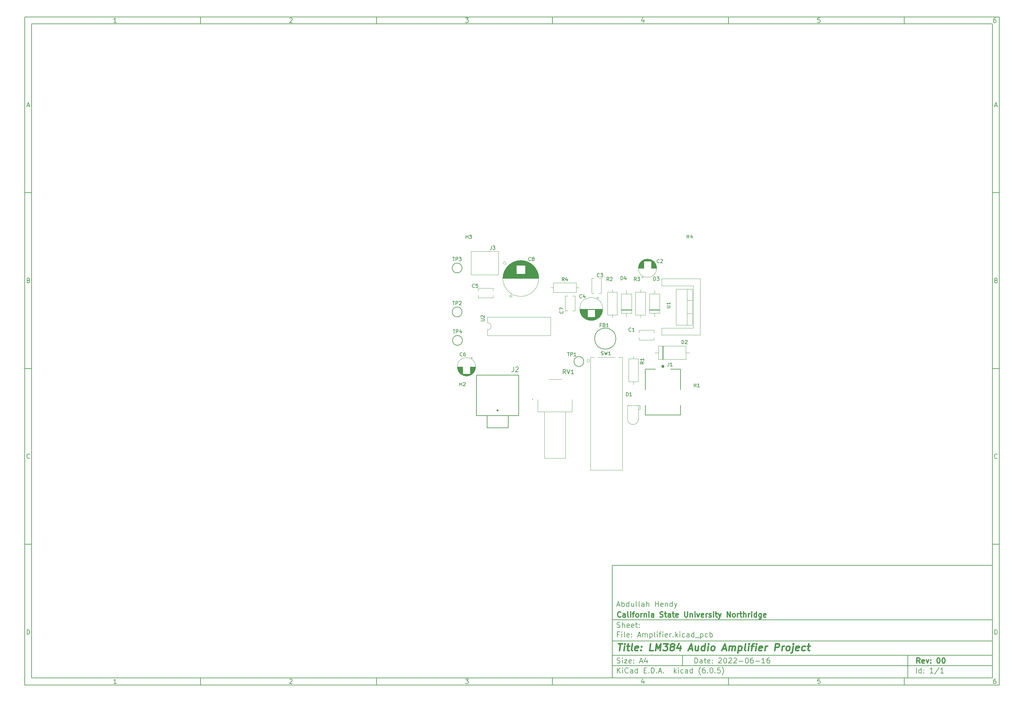
<source format=gto>
%TF.GenerationSoftware,KiCad,Pcbnew,(6.0.5)*%
%TF.CreationDate,2022-06-17T11:53:50-07:00*%
%TF.ProjectId,Amplifier,416d706c-6966-4696-9572-2e6b69636164,00*%
%TF.SameCoordinates,Original*%
%TF.FileFunction,Legend,Top*%
%TF.FilePolarity,Positive*%
%FSLAX46Y46*%
G04 Gerber Fmt 4.6, Leading zero omitted, Abs format (unit mm)*
G04 Created by KiCad (PCBNEW (6.0.5)) date 2022-06-17 11:53:50*
%MOMM*%
%LPD*%
G01*
G04 APERTURE LIST*
%ADD10C,0.100000*%
%ADD11C,0.150000*%
%ADD12C,0.300000*%
%ADD13C,0.400000*%
%ADD14C,0.120000*%
%ADD15C,0.127000*%
%ADD16C,0.200000*%
G04 APERTURE END LIST*
D10*
D11*
X177002200Y-166007200D02*
X177002200Y-198007200D01*
X285002200Y-198007200D01*
X285002200Y-166007200D01*
X177002200Y-166007200D01*
D10*
D11*
X10000000Y-10000000D02*
X10000000Y-200007200D01*
X287002200Y-200007200D01*
X287002200Y-10000000D01*
X10000000Y-10000000D01*
D10*
D11*
X12000000Y-12000000D02*
X12000000Y-198007200D01*
X285002200Y-198007200D01*
X285002200Y-12000000D01*
X12000000Y-12000000D01*
D10*
D11*
X60000000Y-12000000D02*
X60000000Y-10000000D01*
D10*
D11*
X110000000Y-12000000D02*
X110000000Y-10000000D01*
D10*
D11*
X160000000Y-12000000D02*
X160000000Y-10000000D01*
D10*
D11*
X210000000Y-12000000D02*
X210000000Y-10000000D01*
D10*
D11*
X260000000Y-12000000D02*
X260000000Y-10000000D01*
D10*
D11*
X36065476Y-11588095D02*
X35322619Y-11588095D01*
X35694047Y-11588095D02*
X35694047Y-10288095D01*
X35570238Y-10473809D01*
X35446428Y-10597619D01*
X35322619Y-10659523D01*
D10*
D11*
X85322619Y-10411904D02*
X85384523Y-10350000D01*
X85508333Y-10288095D01*
X85817857Y-10288095D01*
X85941666Y-10350000D01*
X86003571Y-10411904D01*
X86065476Y-10535714D01*
X86065476Y-10659523D01*
X86003571Y-10845238D01*
X85260714Y-11588095D01*
X86065476Y-11588095D01*
D10*
D11*
X135260714Y-10288095D02*
X136065476Y-10288095D01*
X135632142Y-10783333D01*
X135817857Y-10783333D01*
X135941666Y-10845238D01*
X136003571Y-10907142D01*
X136065476Y-11030952D01*
X136065476Y-11340476D01*
X136003571Y-11464285D01*
X135941666Y-11526190D01*
X135817857Y-11588095D01*
X135446428Y-11588095D01*
X135322619Y-11526190D01*
X135260714Y-11464285D01*
D10*
D11*
X185941666Y-10721428D02*
X185941666Y-11588095D01*
X185632142Y-10226190D02*
X185322619Y-11154761D01*
X186127380Y-11154761D01*
D10*
D11*
X236003571Y-10288095D02*
X235384523Y-10288095D01*
X235322619Y-10907142D01*
X235384523Y-10845238D01*
X235508333Y-10783333D01*
X235817857Y-10783333D01*
X235941666Y-10845238D01*
X236003571Y-10907142D01*
X236065476Y-11030952D01*
X236065476Y-11340476D01*
X236003571Y-11464285D01*
X235941666Y-11526190D01*
X235817857Y-11588095D01*
X235508333Y-11588095D01*
X235384523Y-11526190D01*
X235322619Y-11464285D01*
D10*
D11*
X285941666Y-10288095D02*
X285694047Y-10288095D01*
X285570238Y-10350000D01*
X285508333Y-10411904D01*
X285384523Y-10597619D01*
X285322619Y-10845238D01*
X285322619Y-11340476D01*
X285384523Y-11464285D01*
X285446428Y-11526190D01*
X285570238Y-11588095D01*
X285817857Y-11588095D01*
X285941666Y-11526190D01*
X286003571Y-11464285D01*
X286065476Y-11340476D01*
X286065476Y-11030952D01*
X286003571Y-10907142D01*
X285941666Y-10845238D01*
X285817857Y-10783333D01*
X285570238Y-10783333D01*
X285446428Y-10845238D01*
X285384523Y-10907142D01*
X285322619Y-11030952D01*
D10*
D11*
X60000000Y-198007200D02*
X60000000Y-200007200D01*
D10*
D11*
X110000000Y-198007200D02*
X110000000Y-200007200D01*
D10*
D11*
X160000000Y-198007200D02*
X160000000Y-200007200D01*
D10*
D11*
X210000000Y-198007200D02*
X210000000Y-200007200D01*
D10*
D11*
X260000000Y-198007200D02*
X260000000Y-200007200D01*
D10*
D11*
X36065476Y-199595295D02*
X35322619Y-199595295D01*
X35694047Y-199595295D02*
X35694047Y-198295295D01*
X35570238Y-198481009D01*
X35446428Y-198604819D01*
X35322619Y-198666723D01*
D10*
D11*
X85322619Y-198419104D02*
X85384523Y-198357200D01*
X85508333Y-198295295D01*
X85817857Y-198295295D01*
X85941666Y-198357200D01*
X86003571Y-198419104D01*
X86065476Y-198542914D01*
X86065476Y-198666723D01*
X86003571Y-198852438D01*
X85260714Y-199595295D01*
X86065476Y-199595295D01*
D10*
D11*
X135260714Y-198295295D02*
X136065476Y-198295295D01*
X135632142Y-198790533D01*
X135817857Y-198790533D01*
X135941666Y-198852438D01*
X136003571Y-198914342D01*
X136065476Y-199038152D01*
X136065476Y-199347676D01*
X136003571Y-199471485D01*
X135941666Y-199533390D01*
X135817857Y-199595295D01*
X135446428Y-199595295D01*
X135322619Y-199533390D01*
X135260714Y-199471485D01*
D10*
D11*
X185941666Y-198728628D02*
X185941666Y-199595295D01*
X185632142Y-198233390D02*
X185322619Y-199161961D01*
X186127380Y-199161961D01*
D10*
D11*
X236003571Y-198295295D02*
X235384523Y-198295295D01*
X235322619Y-198914342D01*
X235384523Y-198852438D01*
X235508333Y-198790533D01*
X235817857Y-198790533D01*
X235941666Y-198852438D01*
X236003571Y-198914342D01*
X236065476Y-199038152D01*
X236065476Y-199347676D01*
X236003571Y-199471485D01*
X235941666Y-199533390D01*
X235817857Y-199595295D01*
X235508333Y-199595295D01*
X235384523Y-199533390D01*
X235322619Y-199471485D01*
D10*
D11*
X285941666Y-198295295D02*
X285694047Y-198295295D01*
X285570238Y-198357200D01*
X285508333Y-198419104D01*
X285384523Y-198604819D01*
X285322619Y-198852438D01*
X285322619Y-199347676D01*
X285384523Y-199471485D01*
X285446428Y-199533390D01*
X285570238Y-199595295D01*
X285817857Y-199595295D01*
X285941666Y-199533390D01*
X286003571Y-199471485D01*
X286065476Y-199347676D01*
X286065476Y-199038152D01*
X286003571Y-198914342D01*
X285941666Y-198852438D01*
X285817857Y-198790533D01*
X285570238Y-198790533D01*
X285446428Y-198852438D01*
X285384523Y-198914342D01*
X285322619Y-199038152D01*
D10*
D11*
X10000000Y-60000000D02*
X12000000Y-60000000D01*
D10*
D11*
X10000000Y-110000000D02*
X12000000Y-110000000D01*
D10*
D11*
X10000000Y-160000000D02*
X12000000Y-160000000D01*
D10*
D11*
X10690476Y-35216666D02*
X11309523Y-35216666D01*
X10566666Y-35588095D02*
X11000000Y-34288095D01*
X11433333Y-35588095D01*
D10*
D11*
X11092857Y-84907142D02*
X11278571Y-84969047D01*
X11340476Y-85030952D01*
X11402380Y-85154761D01*
X11402380Y-85340476D01*
X11340476Y-85464285D01*
X11278571Y-85526190D01*
X11154761Y-85588095D01*
X10659523Y-85588095D01*
X10659523Y-84288095D01*
X11092857Y-84288095D01*
X11216666Y-84350000D01*
X11278571Y-84411904D01*
X11340476Y-84535714D01*
X11340476Y-84659523D01*
X11278571Y-84783333D01*
X11216666Y-84845238D01*
X11092857Y-84907142D01*
X10659523Y-84907142D01*
D10*
D11*
X11402380Y-135464285D02*
X11340476Y-135526190D01*
X11154761Y-135588095D01*
X11030952Y-135588095D01*
X10845238Y-135526190D01*
X10721428Y-135402380D01*
X10659523Y-135278571D01*
X10597619Y-135030952D01*
X10597619Y-134845238D01*
X10659523Y-134597619D01*
X10721428Y-134473809D01*
X10845238Y-134350000D01*
X11030952Y-134288095D01*
X11154761Y-134288095D01*
X11340476Y-134350000D01*
X11402380Y-134411904D01*
D10*
D11*
X10659523Y-185588095D02*
X10659523Y-184288095D01*
X10969047Y-184288095D01*
X11154761Y-184350000D01*
X11278571Y-184473809D01*
X11340476Y-184597619D01*
X11402380Y-184845238D01*
X11402380Y-185030952D01*
X11340476Y-185278571D01*
X11278571Y-185402380D01*
X11154761Y-185526190D01*
X10969047Y-185588095D01*
X10659523Y-185588095D01*
D10*
D11*
X287002200Y-60000000D02*
X285002200Y-60000000D01*
D10*
D11*
X287002200Y-110000000D02*
X285002200Y-110000000D01*
D10*
D11*
X287002200Y-160000000D02*
X285002200Y-160000000D01*
D10*
D11*
X285692676Y-35216666D02*
X286311723Y-35216666D01*
X285568866Y-35588095D02*
X286002200Y-34288095D01*
X286435533Y-35588095D01*
D10*
D11*
X286095057Y-84907142D02*
X286280771Y-84969047D01*
X286342676Y-85030952D01*
X286404580Y-85154761D01*
X286404580Y-85340476D01*
X286342676Y-85464285D01*
X286280771Y-85526190D01*
X286156961Y-85588095D01*
X285661723Y-85588095D01*
X285661723Y-84288095D01*
X286095057Y-84288095D01*
X286218866Y-84350000D01*
X286280771Y-84411904D01*
X286342676Y-84535714D01*
X286342676Y-84659523D01*
X286280771Y-84783333D01*
X286218866Y-84845238D01*
X286095057Y-84907142D01*
X285661723Y-84907142D01*
D10*
D11*
X286404580Y-135464285D02*
X286342676Y-135526190D01*
X286156961Y-135588095D01*
X286033152Y-135588095D01*
X285847438Y-135526190D01*
X285723628Y-135402380D01*
X285661723Y-135278571D01*
X285599819Y-135030952D01*
X285599819Y-134845238D01*
X285661723Y-134597619D01*
X285723628Y-134473809D01*
X285847438Y-134350000D01*
X286033152Y-134288095D01*
X286156961Y-134288095D01*
X286342676Y-134350000D01*
X286404580Y-134411904D01*
D10*
D11*
X285661723Y-185588095D02*
X285661723Y-184288095D01*
X285971247Y-184288095D01*
X286156961Y-184350000D01*
X286280771Y-184473809D01*
X286342676Y-184597619D01*
X286404580Y-184845238D01*
X286404580Y-185030952D01*
X286342676Y-185278571D01*
X286280771Y-185402380D01*
X286156961Y-185526190D01*
X285971247Y-185588095D01*
X285661723Y-185588095D01*
D10*
D11*
X200434342Y-193785771D02*
X200434342Y-192285771D01*
X200791485Y-192285771D01*
X201005771Y-192357200D01*
X201148628Y-192500057D01*
X201220057Y-192642914D01*
X201291485Y-192928628D01*
X201291485Y-193142914D01*
X201220057Y-193428628D01*
X201148628Y-193571485D01*
X201005771Y-193714342D01*
X200791485Y-193785771D01*
X200434342Y-193785771D01*
X202577200Y-193785771D02*
X202577200Y-193000057D01*
X202505771Y-192857200D01*
X202362914Y-192785771D01*
X202077200Y-192785771D01*
X201934342Y-192857200D01*
X202577200Y-193714342D02*
X202434342Y-193785771D01*
X202077200Y-193785771D01*
X201934342Y-193714342D01*
X201862914Y-193571485D01*
X201862914Y-193428628D01*
X201934342Y-193285771D01*
X202077200Y-193214342D01*
X202434342Y-193214342D01*
X202577200Y-193142914D01*
X203077200Y-192785771D02*
X203648628Y-192785771D01*
X203291485Y-192285771D02*
X203291485Y-193571485D01*
X203362914Y-193714342D01*
X203505771Y-193785771D01*
X203648628Y-193785771D01*
X204720057Y-193714342D02*
X204577200Y-193785771D01*
X204291485Y-193785771D01*
X204148628Y-193714342D01*
X204077200Y-193571485D01*
X204077200Y-193000057D01*
X204148628Y-192857200D01*
X204291485Y-192785771D01*
X204577200Y-192785771D01*
X204720057Y-192857200D01*
X204791485Y-193000057D01*
X204791485Y-193142914D01*
X204077200Y-193285771D01*
X205434342Y-193642914D02*
X205505771Y-193714342D01*
X205434342Y-193785771D01*
X205362914Y-193714342D01*
X205434342Y-193642914D01*
X205434342Y-193785771D01*
X205434342Y-192857200D02*
X205505771Y-192928628D01*
X205434342Y-193000057D01*
X205362914Y-192928628D01*
X205434342Y-192857200D01*
X205434342Y-193000057D01*
X207220057Y-192428628D02*
X207291485Y-192357200D01*
X207434342Y-192285771D01*
X207791485Y-192285771D01*
X207934342Y-192357200D01*
X208005771Y-192428628D01*
X208077200Y-192571485D01*
X208077200Y-192714342D01*
X208005771Y-192928628D01*
X207148628Y-193785771D01*
X208077200Y-193785771D01*
X209005771Y-192285771D02*
X209148628Y-192285771D01*
X209291485Y-192357200D01*
X209362914Y-192428628D01*
X209434342Y-192571485D01*
X209505771Y-192857200D01*
X209505771Y-193214342D01*
X209434342Y-193500057D01*
X209362914Y-193642914D01*
X209291485Y-193714342D01*
X209148628Y-193785771D01*
X209005771Y-193785771D01*
X208862914Y-193714342D01*
X208791485Y-193642914D01*
X208720057Y-193500057D01*
X208648628Y-193214342D01*
X208648628Y-192857200D01*
X208720057Y-192571485D01*
X208791485Y-192428628D01*
X208862914Y-192357200D01*
X209005771Y-192285771D01*
X210077200Y-192428628D02*
X210148628Y-192357200D01*
X210291485Y-192285771D01*
X210648628Y-192285771D01*
X210791485Y-192357200D01*
X210862914Y-192428628D01*
X210934342Y-192571485D01*
X210934342Y-192714342D01*
X210862914Y-192928628D01*
X210005771Y-193785771D01*
X210934342Y-193785771D01*
X211505771Y-192428628D02*
X211577200Y-192357200D01*
X211720057Y-192285771D01*
X212077200Y-192285771D01*
X212220057Y-192357200D01*
X212291485Y-192428628D01*
X212362914Y-192571485D01*
X212362914Y-192714342D01*
X212291485Y-192928628D01*
X211434342Y-193785771D01*
X212362914Y-193785771D01*
X213005771Y-193214342D02*
X214148628Y-193214342D01*
X215148628Y-192285771D02*
X215291485Y-192285771D01*
X215434342Y-192357200D01*
X215505771Y-192428628D01*
X215577200Y-192571485D01*
X215648628Y-192857200D01*
X215648628Y-193214342D01*
X215577200Y-193500057D01*
X215505771Y-193642914D01*
X215434342Y-193714342D01*
X215291485Y-193785771D01*
X215148628Y-193785771D01*
X215005771Y-193714342D01*
X214934342Y-193642914D01*
X214862914Y-193500057D01*
X214791485Y-193214342D01*
X214791485Y-192857200D01*
X214862914Y-192571485D01*
X214934342Y-192428628D01*
X215005771Y-192357200D01*
X215148628Y-192285771D01*
X216934342Y-192285771D02*
X216648628Y-192285771D01*
X216505771Y-192357200D01*
X216434342Y-192428628D01*
X216291485Y-192642914D01*
X216220057Y-192928628D01*
X216220057Y-193500057D01*
X216291485Y-193642914D01*
X216362914Y-193714342D01*
X216505771Y-193785771D01*
X216791485Y-193785771D01*
X216934342Y-193714342D01*
X217005771Y-193642914D01*
X217077200Y-193500057D01*
X217077200Y-193142914D01*
X217005771Y-193000057D01*
X216934342Y-192928628D01*
X216791485Y-192857200D01*
X216505771Y-192857200D01*
X216362914Y-192928628D01*
X216291485Y-193000057D01*
X216220057Y-193142914D01*
X217720057Y-193214342D02*
X218862914Y-193214342D01*
X220362914Y-193785771D02*
X219505771Y-193785771D01*
X219934342Y-193785771D02*
X219934342Y-192285771D01*
X219791485Y-192500057D01*
X219648628Y-192642914D01*
X219505771Y-192714342D01*
X221648628Y-192285771D02*
X221362914Y-192285771D01*
X221220057Y-192357200D01*
X221148628Y-192428628D01*
X221005771Y-192642914D01*
X220934342Y-192928628D01*
X220934342Y-193500057D01*
X221005771Y-193642914D01*
X221077200Y-193714342D01*
X221220057Y-193785771D01*
X221505771Y-193785771D01*
X221648628Y-193714342D01*
X221720057Y-193642914D01*
X221791485Y-193500057D01*
X221791485Y-193142914D01*
X221720057Y-193000057D01*
X221648628Y-192928628D01*
X221505771Y-192857200D01*
X221220057Y-192857200D01*
X221077200Y-192928628D01*
X221005771Y-193000057D01*
X220934342Y-193142914D01*
D10*
D11*
X177002200Y-194507200D02*
X285002200Y-194507200D01*
D10*
D11*
X178434342Y-196585771D02*
X178434342Y-195085771D01*
X179291485Y-196585771D02*
X178648628Y-195728628D01*
X179291485Y-195085771D02*
X178434342Y-195942914D01*
X179934342Y-196585771D02*
X179934342Y-195585771D01*
X179934342Y-195085771D02*
X179862914Y-195157200D01*
X179934342Y-195228628D01*
X180005771Y-195157200D01*
X179934342Y-195085771D01*
X179934342Y-195228628D01*
X181505771Y-196442914D02*
X181434342Y-196514342D01*
X181220057Y-196585771D01*
X181077200Y-196585771D01*
X180862914Y-196514342D01*
X180720057Y-196371485D01*
X180648628Y-196228628D01*
X180577200Y-195942914D01*
X180577200Y-195728628D01*
X180648628Y-195442914D01*
X180720057Y-195300057D01*
X180862914Y-195157200D01*
X181077200Y-195085771D01*
X181220057Y-195085771D01*
X181434342Y-195157200D01*
X181505771Y-195228628D01*
X182791485Y-196585771D02*
X182791485Y-195800057D01*
X182720057Y-195657200D01*
X182577200Y-195585771D01*
X182291485Y-195585771D01*
X182148628Y-195657200D01*
X182791485Y-196514342D02*
X182648628Y-196585771D01*
X182291485Y-196585771D01*
X182148628Y-196514342D01*
X182077200Y-196371485D01*
X182077200Y-196228628D01*
X182148628Y-196085771D01*
X182291485Y-196014342D01*
X182648628Y-196014342D01*
X182791485Y-195942914D01*
X184148628Y-196585771D02*
X184148628Y-195085771D01*
X184148628Y-196514342D02*
X184005771Y-196585771D01*
X183720057Y-196585771D01*
X183577200Y-196514342D01*
X183505771Y-196442914D01*
X183434342Y-196300057D01*
X183434342Y-195871485D01*
X183505771Y-195728628D01*
X183577200Y-195657200D01*
X183720057Y-195585771D01*
X184005771Y-195585771D01*
X184148628Y-195657200D01*
X186005771Y-195800057D02*
X186505771Y-195800057D01*
X186720057Y-196585771D02*
X186005771Y-196585771D01*
X186005771Y-195085771D01*
X186720057Y-195085771D01*
X187362914Y-196442914D02*
X187434342Y-196514342D01*
X187362914Y-196585771D01*
X187291485Y-196514342D01*
X187362914Y-196442914D01*
X187362914Y-196585771D01*
X188077200Y-196585771D02*
X188077200Y-195085771D01*
X188434342Y-195085771D01*
X188648628Y-195157200D01*
X188791485Y-195300057D01*
X188862914Y-195442914D01*
X188934342Y-195728628D01*
X188934342Y-195942914D01*
X188862914Y-196228628D01*
X188791485Y-196371485D01*
X188648628Y-196514342D01*
X188434342Y-196585771D01*
X188077200Y-196585771D01*
X189577200Y-196442914D02*
X189648628Y-196514342D01*
X189577200Y-196585771D01*
X189505771Y-196514342D01*
X189577200Y-196442914D01*
X189577200Y-196585771D01*
X190220057Y-196157200D02*
X190934342Y-196157200D01*
X190077200Y-196585771D02*
X190577200Y-195085771D01*
X191077200Y-196585771D01*
X191577200Y-196442914D02*
X191648628Y-196514342D01*
X191577200Y-196585771D01*
X191505771Y-196514342D01*
X191577200Y-196442914D01*
X191577200Y-196585771D01*
X194577200Y-196585771D02*
X194577200Y-195085771D01*
X194720057Y-196014342D02*
X195148628Y-196585771D01*
X195148628Y-195585771D02*
X194577200Y-196157200D01*
X195791485Y-196585771D02*
X195791485Y-195585771D01*
X195791485Y-195085771D02*
X195720057Y-195157200D01*
X195791485Y-195228628D01*
X195862914Y-195157200D01*
X195791485Y-195085771D01*
X195791485Y-195228628D01*
X197148628Y-196514342D02*
X197005771Y-196585771D01*
X196720057Y-196585771D01*
X196577200Y-196514342D01*
X196505771Y-196442914D01*
X196434342Y-196300057D01*
X196434342Y-195871485D01*
X196505771Y-195728628D01*
X196577200Y-195657200D01*
X196720057Y-195585771D01*
X197005771Y-195585771D01*
X197148628Y-195657200D01*
X198434342Y-196585771D02*
X198434342Y-195800057D01*
X198362914Y-195657200D01*
X198220057Y-195585771D01*
X197934342Y-195585771D01*
X197791485Y-195657200D01*
X198434342Y-196514342D02*
X198291485Y-196585771D01*
X197934342Y-196585771D01*
X197791485Y-196514342D01*
X197720057Y-196371485D01*
X197720057Y-196228628D01*
X197791485Y-196085771D01*
X197934342Y-196014342D01*
X198291485Y-196014342D01*
X198434342Y-195942914D01*
X199791485Y-196585771D02*
X199791485Y-195085771D01*
X199791485Y-196514342D02*
X199648628Y-196585771D01*
X199362914Y-196585771D01*
X199220057Y-196514342D01*
X199148628Y-196442914D01*
X199077200Y-196300057D01*
X199077200Y-195871485D01*
X199148628Y-195728628D01*
X199220057Y-195657200D01*
X199362914Y-195585771D01*
X199648628Y-195585771D01*
X199791485Y-195657200D01*
X202077200Y-197157200D02*
X202005771Y-197085771D01*
X201862914Y-196871485D01*
X201791485Y-196728628D01*
X201720057Y-196514342D01*
X201648628Y-196157200D01*
X201648628Y-195871485D01*
X201720057Y-195514342D01*
X201791485Y-195300057D01*
X201862914Y-195157200D01*
X202005771Y-194942914D01*
X202077200Y-194871485D01*
X203291485Y-195085771D02*
X203005771Y-195085771D01*
X202862914Y-195157200D01*
X202791485Y-195228628D01*
X202648628Y-195442914D01*
X202577200Y-195728628D01*
X202577200Y-196300057D01*
X202648628Y-196442914D01*
X202720057Y-196514342D01*
X202862914Y-196585771D01*
X203148628Y-196585771D01*
X203291485Y-196514342D01*
X203362914Y-196442914D01*
X203434342Y-196300057D01*
X203434342Y-195942914D01*
X203362914Y-195800057D01*
X203291485Y-195728628D01*
X203148628Y-195657200D01*
X202862914Y-195657200D01*
X202720057Y-195728628D01*
X202648628Y-195800057D01*
X202577200Y-195942914D01*
X204077200Y-196442914D02*
X204148628Y-196514342D01*
X204077200Y-196585771D01*
X204005771Y-196514342D01*
X204077200Y-196442914D01*
X204077200Y-196585771D01*
X205077200Y-195085771D02*
X205220057Y-195085771D01*
X205362914Y-195157200D01*
X205434342Y-195228628D01*
X205505771Y-195371485D01*
X205577200Y-195657200D01*
X205577200Y-196014342D01*
X205505771Y-196300057D01*
X205434342Y-196442914D01*
X205362914Y-196514342D01*
X205220057Y-196585771D01*
X205077200Y-196585771D01*
X204934342Y-196514342D01*
X204862914Y-196442914D01*
X204791485Y-196300057D01*
X204720057Y-196014342D01*
X204720057Y-195657200D01*
X204791485Y-195371485D01*
X204862914Y-195228628D01*
X204934342Y-195157200D01*
X205077200Y-195085771D01*
X206220057Y-196442914D02*
X206291485Y-196514342D01*
X206220057Y-196585771D01*
X206148628Y-196514342D01*
X206220057Y-196442914D01*
X206220057Y-196585771D01*
X207648628Y-195085771D02*
X206934342Y-195085771D01*
X206862914Y-195800057D01*
X206934342Y-195728628D01*
X207077200Y-195657200D01*
X207434342Y-195657200D01*
X207577200Y-195728628D01*
X207648628Y-195800057D01*
X207720057Y-195942914D01*
X207720057Y-196300057D01*
X207648628Y-196442914D01*
X207577200Y-196514342D01*
X207434342Y-196585771D01*
X207077200Y-196585771D01*
X206934342Y-196514342D01*
X206862914Y-196442914D01*
X208220057Y-197157200D02*
X208291485Y-197085771D01*
X208434342Y-196871485D01*
X208505771Y-196728628D01*
X208577200Y-196514342D01*
X208648628Y-196157200D01*
X208648628Y-195871485D01*
X208577200Y-195514342D01*
X208505771Y-195300057D01*
X208434342Y-195157200D01*
X208291485Y-194942914D01*
X208220057Y-194871485D01*
D10*
D11*
X177002200Y-191507200D02*
X285002200Y-191507200D01*
D10*
D12*
X264411485Y-193785771D02*
X263911485Y-193071485D01*
X263554342Y-193785771D02*
X263554342Y-192285771D01*
X264125771Y-192285771D01*
X264268628Y-192357200D01*
X264340057Y-192428628D01*
X264411485Y-192571485D01*
X264411485Y-192785771D01*
X264340057Y-192928628D01*
X264268628Y-193000057D01*
X264125771Y-193071485D01*
X263554342Y-193071485D01*
X265625771Y-193714342D02*
X265482914Y-193785771D01*
X265197200Y-193785771D01*
X265054342Y-193714342D01*
X264982914Y-193571485D01*
X264982914Y-193000057D01*
X265054342Y-192857200D01*
X265197200Y-192785771D01*
X265482914Y-192785771D01*
X265625771Y-192857200D01*
X265697200Y-193000057D01*
X265697200Y-193142914D01*
X264982914Y-193285771D01*
X266197200Y-192785771D02*
X266554342Y-193785771D01*
X266911485Y-192785771D01*
X267482914Y-193642914D02*
X267554342Y-193714342D01*
X267482914Y-193785771D01*
X267411485Y-193714342D01*
X267482914Y-193642914D01*
X267482914Y-193785771D01*
X267482914Y-192857200D02*
X267554342Y-192928628D01*
X267482914Y-193000057D01*
X267411485Y-192928628D01*
X267482914Y-192857200D01*
X267482914Y-193000057D01*
X269625771Y-192285771D02*
X269768628Y-192285771D01*
X269911485Y-192357200D01*
X269982914Y-192428628D01*
X270054342Y-192571485D01*
X270125771Y-192857200D01*
X270125771Y-193214342D01*
X270054342Y-193500057D01*
X269982914Y-193642914D01*
X269911485Y-193714342D01*
X269768628Y-193785771D01*
X269625771Y-193785771D01*
X269482914Y-193714342D01*
X269411485Y-193642914D01*
X269340057Y-193500057D01*
X269268628Y-193214342D01*
X269268628Y-192857200D01*
X269340057Y-192571485D01*
X269411485Y-192428628D01*
X269482914Y-192357200D01*
X269625771Y-192285771D01*
X271054342Y-192285771D02*
X271197200Y-192285771D01*
X271340057Y-192357200D01*
X271411485Y-192428628D01*
X271482914Y-192571485D01*
X271554342Y-192857200D01*
X271554342Y-193214342D01*
X271482914Y-193500057D01*
X271411485Y-193642914D01*
X271340057Y-193714342D01*
X271197200Y-193785771D01*
X271054342Y-193785771D01*
X270911485Y-193714342D01*
X270840057Y-193642914D01*
X270768628Y-193500057D01*
X270697200Y-193214342D01*
X270697200Y-192857200D01*
X270768628Y-192571485D01*
X270840057Y-192428628D01*
X270911485Y-192357200D01*
X271054342Y-192285771D01*
D10*
D11*
X178362914Y-193714342D02*
X178577200Y-193785771D01*
X178934342Y-193785771D01*
X179077200Y-193714342D01*
X179148628Y-193642914D01*
X179220057Y-193500057D01*
X179220057Y-193357200D01*
X179148628Y-193214342D01*
X179077200Y-193142914D01*
X178934342Y-193071485D01*
X178648628Y-193000057D01*
X178505771Y-192928628D01*
X178434342Y-192857200D01*
X178362914Y-192714342D01*
X178362914Y-192571485D01*
X178434342Y-192428628D01*
X178505771Y-192357200D01*
X178648628Y-192285771D01*
X179005771Y-192285771D01*
X179220057Y-192357200D01*
X179862914Y-193785771D02*
X179862914Y-192785771D01*
X179862914Y-192285771D02*
X179791485Y-192357200D01*
X179862914Y-192428628D01*
X179934342Y-192357200D01*
X179862914Y-192285771D01*
X179862914Y-192428628D01*
X180434342Y-192785771D02*
X181220057Y-192785771D01*
X180434342Y-193785771D01*
X181220057Y-193785771D01*
X182362914Y-193714342D02*
X182220057Y-193785771D01*
X181934342Y-193785771D01*
X181791485Y-193714342D01*
X181720057Y-193571485D01*
X181720057Y-193000057D01*
X181791485Y-192857200D01*
X181934342Y-192785771D01*
X182220057Y-192785771D01*
X182362914Y-192857200D01*
X182434342Y-193000057D01*
X182434342Y-193142914D01*
X181720057Y-193285771D01*
X183077200Y-193642914D02*
X183148628Y-193714342D01*
X183077200Y-193785771D01*
X183005771Y-193714342D01*
X183077200Y-193642914D01*
X183077200Y-193785771D01*
X183077200Y-192857200D02*
X183148628Y-192928628D01*
X183077200Y-193000057D01*
X183005771Y-192928628D01*
X183077200Y-192857200D01*
X183077200Y-193000057D01*
X184862914Y-193357200D02*
X185577200Y-193357200D01*
X184720057Y-193785771D02*
X185220057Y-192285771D01*
X185720057Y-193785771D01*
X186862914Y-192785771D02*
X186862914Y-193785771D01*
X186505771Y-192214342D02*
X186148628Y-193285771D01*
X187077200Y-193285771D01*
D10*
D11*
X263434342Y-196585771D02*
X263434342Y-195085771D01*
X264791485Y-196585771D02*
X264791485Y-195085771D01*
X264791485Y-196514342D02*
X264648628Y-196585771D01*
X264362914Y-196585771D01*
X264220057Y-196514342D01*
X264148628Y-196442914D01*
X264077200Y-196300057D01*
X264077200Y-195871485D01*
X264148628Y-195728628D01*
X264220057Y-195657200D01*
X264362914Y-195585771D01*
X264648628Y-195585771D01*
X264791485Y-195657200D01*
X265505771Y-196442914D02*
X265577200Y-196514342D01*
X265505771Y-196585771D01*
X265434342Y-196514342D01*
X265505771Y-196442914D01*
X265505771Y-196585771D01*
X265505771Y-195657200D02*
X265577200Y-195728628D01*
X265505771Y-195800057D01*
X265434342Y-195728628D01*
X265505771Y-195657200D01*
X265505771Y-195800057D01*
X268148628Y-196585771D02*
X267291485Y-196585771D01*
X267720057Y-196585771D02*
X267720057Y-195085771D01*
X267577200Y-195300057D01*
X267434342Y-195442914D01*
X267291485Y-195514342D01*
X269862914Y-195014342D02*
X268577200Y-196942914D01*
X271148628Y-196585771D02*
X270291485Y-196585771D01*
X270720057Y-196585771D02*
X270720057Y-195085771D01*
X270577200Y-195300057D01*
X270434342Y-195442914D01*
X270291485Y-195514342D01*
D10*
D11*
X177002200Y-187507200D02*
X285002200Y-187507200D01*
D10*
D13*
X178714580Y-188211961D02*
X179857438Y-188211961D01*
X179036009Y-190211961D02*
X179286009Y-188211961D01*
X180274104Y-190211961D02*
X180440771Y-188878628D01*
X180524104Y-188211961D02*
X180416961Y-188307200D01*
X180500295Y-188402438D01*
X180607438Y-188307200D01*
X180524104Y-188211961D01*
X180500295Y-188402438D01*
X181107438Y-188878628D02*
X181869342Y-188878628D01*
X181476485Y-188211961D02*
X181262200Y-189926247D01*
X181333628Y-190116723D01*
X181512200Y-190211961D01*
X181702676Y-190211961D01*
X182655057Y-190211961D02*
X182476485Y-190116723D01*
X182405057Y-189926247D01*
X182619342Y-188211961D01*
X184190771Y-190116723D02*
X183988390Y-190211961D01*
X183607438Y-190211961D01*
X183428866Y-190116723D01*
X183357438Y-189926247D01*
X183452676Y-189164342D01*
X183571723Y-188973866D01*
X183774104Y-188878628D01*
X184155057Y-188878628D01*
X184333628Y-188973866D01*
X184405057Y-189164342D01*
X184381247Y-189354819D01*
X183405057Y-189545295D01*
X185155057Y-190021485D02*
X185238390Y-190116723D01*
X185131247Y-190211961D01*
X185047914Y-190116723D01*
X185155057Y-190021485D01*
X185131247Y-190211961D01*
X185286009Y-188973866D02*
X185369342Y-189069104D01*
X185262200Y-189164342D01*
X185178866Y-189069104D01*
X185286009Y-188973866D01*
X185262200Y-189164342D01*
X188559819Y-190211961D02*
X187607438Y-190211961D01*
X187857438Y-188211961D01*
X189226485Y-190211961D02*
X189476485Y-188211961D01*
X189964580Y-189640533D01*
X190809819Y-188211961D01*
X190559819Y-190211961D01*
X191571723Y-188211961D02*
X192809819Y-188211961D01*
X192047914Y-188973866D01*
X192333628Y-188973866D01*
X192512200Y-189069104D01*
X192595533Y-189164342D01*
X192666961Y-189354819D01*
X192607438Y-189831009D01*
X192488390Y-190021485D01*
X192381247Y-190116723D01*
X192178866Y-190211961D01*
X191607438Y-190211961D01*
X191428866Y-190116723D01*
X191345533Y-190021485D01*
X193845533Y-189069104D02*
X193666961Y-188973866D01*
X193583628Y-188878628D01*
X193512200Y-188688152D01*
X193524104Y-188592914D01*
X193643152Y-188402438D01*
X193750295Y-188307200D01*
X193952676Y-188211961D01*
X194333628Y-188211961D01*
X194512200Y-188307200D01*
X194595533Y-188402438D01*
X194666961Y-188592914D01*
X194655057Y-188688152D01*
X194536009Y-188878628D01*
X194428866Y-188973866D01*
X194226485Y-189069104D01*
X193845533Y-189069104D01*
X193643152Y-189164342D01*
X193536009Y-189259580D01*
X193416961Y-189450057D01*
X193369342Y-189831009D01*
X193440771Y-190021485D01*
X193524104Y-190116723D01*
X193702676Y-190211961D01*
X194083628Y-190211961D01*
X194286009Y-190116723D01*
X194393152Y-190021485D01*
X194512200Y-189831009D01*
X194559819Y-189450057D01*
X194488390Y-189259580D01*
X194405057Y-189164342D01*
X194226485Y-189069104D01*
X196345533Y-188878628D02*
X196178866Y-190211961D01*
X195964580Y-188116723D02*
X195309819Y-189545295D01*
X196547914Y-189545295D01*
X198726485Y-189640533D02*
X199678866Y-189640533D01*
X198464580Y-190211961D02*
X199381247Y-188211961D01*
X199797914Y-190211961D01*
X201488390Y-188878628D02*
X201321723Y-190211961D01*
X200631247Y-188878628D02*
X200500295Y-189926247D01*
X200571723Y-190116723D01*
X200750295Y-190211961D01*
X201036009Y-190211961D01*
X201238390Y-190116723D01*
X201345533Y-190021485D01*
X203131247Y-190211961D02*
X203381247Y-188211961D01*
X203143152Y-190116723D02*
X202940771Y-190211961D01*
X202559819Y-190211961D01*
X202381247Y-190116723D01*
X202297914Y-190021485D01*
X202226485Y-189831009D01*
X202297914Y-189259580D01*
X202416961Y-189069104D01*
X202524104Y-188973866D01*
X202726485Y-188878628D01*
X203107438Y-188878628D01*
X203286009Y-188973866D01*
X204083628Y-190211961D02*
X204250295Y-188878628D01*
X204333628Y-188211961D02*
X204226485Y-188307200D01*
X204309819Y-188402438D01*
X204416961Y-188307200D01*
X204333628Y-188211961D01*
X204309819Y-188402438D01*
X205321723Y-190211961D02*
X205143152Y-190116723D01*
X205059819Y-190021485D01*
X204988390Y-189831009D01*
X205059819Y-189259580D01*
X205178866Y-189069104D01*
X205286009Y-188973866D01*
X205488390Y-188878628D01*
X205774104Y-188878628D01*
X205952676Y-188973866D01*
X206036009Y-189069104D01*
X206107438Y-189259580D01*
X206036009Y-189831009D01*
X205916961Y-190021485D01*
X205809819Y-190116723D01*
X205607438Y-190211961D01*
X205321723Y-190211961D01*
X208345533Y-189640533D02*
X209297914Y-189640533D01*
X208083628Y-190211961D02*
X209000295Y-188211961D01*
X209416961Y-190211961D01*
X210083628Y-190211961D02*
X210250295Y-188878628D01*
X210226485Y-189069104D02*
X210333628Y-188973866D01*
X210536009Y-188878628D01*
X210821723Y-188878628D01*
X211000295Y-188973866D01*
X211071723Y-189164342D01*
X210940771Y-190211961D01*
X211071723Y-189164342D02*
X211190771Y-188973866D01*
X211393152Y-188878628D01*
X211678866Y-188878628D01*
X211857438Y-188973866D01*
X211928866Y-189164342D01*
X211797914Y-190211961D01*
X212916961Y-188878628D02*
X212666961Y-190878628D01*
X212905057Y-188973866D02*
X213107438Y-188878628D01*
X213488390Y-188878628D01*
X213666961Y-188973866D01*
X213750295Y-189069104D01*
X213821723Y-189259580D01*
X213750295Y-189831009D01*
X213631247Y-190021485D01*
X213524104Y-190116723D01*
X213321723Y-190211961D01*
X212940771Y-190211961D01*
X212762200Y-190116723D01*
X214845533Y-190211961D02*
X214666961Y-190116723D01*
X214595533Y-189926247D01*
X214809819Y-188211961D01*
X215607438Y-190211961D02*
X215774104Y-188878628D01*
X215857438Y-188211961D02*
X215750295Y-188307200D01*
X215833628Y-188402438D01*
X215940771Y-188307200D01*
X215857438Y-188211961D01*
X215833628Y-188402438D01*
X216440771Y-188878628D02*
X217202676Y-188878628D01*
X216559819Y-190211961D02*
X216774104Y-188497676D01*
X216893152Y-188307200D01*
X217095533Y-188211961D01*
X217286009Y-188211961D01*
X217702676Y-190211961D02*
X217869342Y-188878628D01*
X217952676Y-188211961D02*
X217845533Y-188307200D01*
X217928866Y-188402438D01*
X218036009Y-188307200D01*
X217952676Y-188211961D01*
X217928866Y-188402438D01*
X219428866Y-190116723D02*
X219226485Y-190211961D01*
X218845533Y-190211961D01*
X218666961Y-190116723D01*
X218595533Y-189926247D01*
X218690771Y-189164342D01*
X218809819Y-188973866D01*
X219012200Y-188878628D01*
X219393152Y-188878628D01*
X219571723Y-188973866D01*
X219643152Y-189164342D01*
X219619342Y-189354819D01*
X218643152Y-189545295D01*
X220369342Y-190211961D02*
X220536009Y-188878628D01*
X220488390Y-189259580D02*
X220607438Y-189069104D01*
X220714580Y-188973866D01*
X220916961Y-188878628D01*
X221107438Y-188878628D01*
X223131247Y-190211961D02*
X223381247Y-188211961D01*
X224143152Y-188211961D01*
X224321723Y-188307200D01*
X224405057Y-188402438D01*
X224476485Y-188592914D01*
X224440771Y-188878628D01*
X224321723Y-189069104D01*
X224214580Y-189164342D01*
X224012200Y-189259580D01*
X223250295Y-189259580D01*
X225131247Y-190211961D02*
X225297914Y-188878628D01*
X225250295Y-189259580D02*
X225369342Y-189069104D01*
X225476485Y-188973866D01*
X225678866Y-188878628D01*
X225869342Y-188878628D01*
X226655057Y-190211961D02*
X226476485Y-190116723D01*
X226393152Y-190021485D01*
X226321723Y-189831009D01*
X226393152Y-189259580D01*
X226512200Y-189069104D01*
X226619342Y-188973866D01*
X226821723Y-188878628D01*
X227107438Y-188878628D01*
X227286009Y-188973866D01*
X227369342Y-189069104D01*
X227440771Y-189259580D01*
X227369342Y-189831009D01*
X227250295Y-190021485D01*
X227143152Y-190116723D01*
X226940771Y-190211961D01*
X226655057Y-190211961D01*
X228345533Y-188878628D02*
X228131247Y-190592914D01*
X228012200Y-190783390D01*
X227809819Y-190878628D01*
X227714580Y-190878628D01*
X228428866Y-188211961D02*
X228321723Y-188307200D01*
X228405057Y-188402438D01*
X228512200Y-188307200D01*
X228428866Y-188211961D01*
X228405057Y-188402438D01*
X229905057Y-190116723D02*
X229702676Y-190211961D01*
X229321723Y-190211961D01*
X229143152Y-190116723D01*
X229071723Y-189926247D01*
X229166961Y-189164342D01*
X229286009Y-188973866D01*
X229488390Y-188878628D01*
X229869342Y-188878628D01*
X230047914Y-188973866D01*
X230119342Y-189164342D01*
X230095533Y-189354819D01*
X229119342Y-189545295D01*
X231714580Y-190116723D02*
X231512200Y-190211961D01*
X231131247Y-190211961D01*
X230952676Y-190116723D01*
X230869342Y-190021485D01*
X230797914Y-189831009D01*
X230869342Y-189259580D01*
X230988390Y-189069104D01*
X231095533Y-188973866D01*
X231297914Y-188878628D01*
X231678866Y-188878628D01*
X231857438Y-188973866D01*
X232440771Y-188878628D02*
X233202676Y-188878628D01*
X232809819Y-188211961D02*
X232595533Y-189926247D01*
X232666961Y-190116723D01*
X232845533Y-190211961D01*
X233036009Y-190211961D01*
D10*
D11*
X178934342Y-185600057D02*
X178434342Y-185600057D01*
X178434342Y-186385771D02*
X178434342Y-184885771D01*
X179148628Y-184885771D01*
X179720057Y-186385771D02*
X179720057Y-185385771D01*
X179720057Y-184885771D02*
X179648628Y-184957200D01*
X179720057Y-185028628D01*
X179791485Y-184957200D01*
X179720057Y-184885771D01*
X179720057Y-185028628D01*
X180648628Y-186385771D02*
X180505771Y-186314342D01*
X180434342Y-186171485D01*
X180434342Y-184885771D01*
X181791485Y-186314342D02*
X181648628Y-186385771D01*
X181362914Y-186385771D01*
X181220057Y-186314342D01*
X181148628Y-186171485D01*
X181148628Y-185600057D01*
X181220057Y-185457200D01*
X181362914Y-185385771D01*
X181648628Y-185385771D01*
X181791485Y-185457200D01*
X181862914Y-185600057D01*
X181862914Y-185742914D01*
X181148628Y-185885771D01*
X182505771Y-186242914D02*
X182577200Y-186314342D01*
X182505771Y-186385771D01*
X182434342Y-186314342D01*
X182505771Y-186242914D01*
X182505771Y-186385771D01*
X182505771Y-185457200D02*
X182577200Y-185528628D01*
X182505771Y-185600057D01*
X182434342Y-185528628D01*
X182505771Y-185457200D01*
X182505771Y-185600057D01*
X184291485Y-185957200D02*
X185005771Y-185957200D01*
X184148628Y-186385771D02*
X184648628Y-184885771D01*
X185148628Y-186385771D01*
X185648628Y-186385771D02*
X185648628Y-185385771D01*
X185648628Y-185528628D02*
X185720057Y-185457200D01*
X185862914Y-185385771D01*
X186077200Y-185385771D01*
X186220057Y-185457200D01*
X186291485Y-185600057D01*
X186291485Y-186385771D01*
X186291485Y-185600057D02*
X186362914Y-185457200D01*
X186505771Y-185385771D01*
X186720057Y-185385771D01*
X186862914Y-185457200D01*
X186934342Y-185600057D01*
X186934342Y-186385771D01*
X187648628Y-185385771D02*
X187648628Y-186885771D01*
X187648628Y-185457200D02*
X187791485Y-185385771D01*
X188077200Y-185385771D01*
X188220057Y-185457200D01*
X188291485Y-185528628D01*
X188362914Y-185671485D01*
X188362914Y-186100057D01*
X188291485Y-186242914D01*
X188220057Y-186314342D01*
X188077200Y-186385771D01*
X187791485Y-186385771D01*
X187648628Y-186314342D01*
X189220057Y-186385771D02*
X189077200Y-186314342D01*
X189005771Y-186171485D01*
X189005771Y-184885771D01*
X189791485Y-186385771D02*
X189791485Y-185385771D01*
X189791485Y-184885771D02*
X189720057Y-184957200D01*
X189791485Y-185028628D01*
X189862914Y-184957200D01*
X189791485Y-184885771D01*
X189791485Y-185028628D01*
X190291485Y-185385771D02*
X190862914Y-185385771D01*
X190505771Y-186385771D02*
X190505771Y-185100057D01*
X190577200Y-184957200D01*
X190720057Y-184885771D01*
X190862914Y-184885771D01*
X191362914Y-186385771D02*
X191362914Y-185385771D01*
X191362914Y-184885771D02*
X191291485Y-184957200D01*
X191362914Y-185028628D01*
X191434342Y-184957200D01*
X191362914Y-184885771D01*
X191362914Y-185028628D01*
X192648628Y-186314342D02*
X192505771Y-186385771D01*
X192220057Y-186385771D01*
X192077200Y-186314342D01*
X192005771Y-186171485D01*
X192005771Y-185600057D01*
X192077200Y-185457200D01*
X192220057Y-185385771D01*
X192505771Y-185385771D01*
X192648628Y-185457200D01*
X192720057Y-185600057D01*
X192720057Y-185742914D01*
X192005771Y-185885771D01*
X193362914Y-186385771D02*
X193362914Y-185385771D01*
X193362914Y-185671485D02*
X193434342Y-185528628D01*
X193505771Y-185457200D01*
X193648628Y-185385771D01*
X193791485Y-185385771D01*
X194291485Y-186242914D02*
X194362914Y-186314342D01*
X194291485Y-186385771D01*
X194220057Y-186314342D01*
X194291485Y-186242914D01*
X194291485Y-186385771D01*
X195005771Y-186385771D02*
X195005771Y-184885771D01*
X195148628Y-185814342D02*
X195577200Y-186385771D01*
X195577200Y-185385771D02*
X195005771Y-185957200D01*
X196220057Y-186385771D02*
X196220057Y-185385771D01*
X196220057Y-184885771D02*
X196148628Y-184957200D01*
X196220057Y-185028628D01*
X196291485Y-184957200D01*
X196220057Y-184885771D01*
X196220057Y-185028628D01*
X197577200Y-186314342D02*
X197434342Y-186385771D01*
X197148628Y-186385771D01*
X197005771Y-186314342D01*
X196934342Y-186242914D01*
X196862914Y-186100057D01*
X196862914Y-185671485D01*
X196934342Y-185528628D01*
X197005771Y-185457200D01*
X197148628Y-185385771D01*
X197434342Y-185385771D01*
X197577200Y-185457200D01*
X198862914Y-186385771D02*
X198862914Y-185600057D01*
X198791485Y-185457200D01*
X198648628Y-185385771D01*
X198362914Y-185385771D01*
X198220057Y-185457200D01*
X198862914Y-186314342D02*
X198720057Y-186385771D01*
X198362914Y-186385771D01*
X198220057Y-186314342D01*
X198148628Y-186171485D01*
X198148628Y-186028628D01*
X198220057Y-185885771D01*
X198362914Y-185814342D01*
X198720057Y-185814342D01*
X198862914Y-185742914D01*
X200220057Y-186385771D02*
X200220057Y-184885771D01*
X200220057Y-186314342D02*
X200077200Y-186385771D01*
X199791485Y-186385771D01*
X199648628Y-186314342D01*
X199577200Y-186242914D01*
X199505771Y-186100057D01*
X199505771Y-185671485D01*
X199577200Y-185528628D01*
X199648628Y-185457200D01*
X199791485Y-185385771D01*
X200077200Y-185385771D01*
X200220057Y-185457200D01*
X200577200Y-186528628D02*
X201720057Y-186528628D01*
X202077200Y-185385771D02*
X202077200Y-186885771D01*
X202077200Y-185457200D02*
X202220057Y-185385771D01*
X202505771Y-185385771D01*
X202648628Y-185457200D01*
X202720057Y-185528628D01*
X202791485Y-185671485D01*
X202791485Y-186100057D01*
X202720057Y-186242914D01*
X202648628Y-186314342D01*
X202505771Y-186385771D01*
X202220057Y-186385771D01*
X202077200Y-186314342D01*
X204077200Y-186314342D02*
X203934342Y-186385771D01*
X203648628Y-186385771D01*
X203505771Y-186314342D01*
X203434342Y-186242914D01*
X203362914Y-186100057D01*
X203362914Y-185671485D01*
X203434342Y-185528628D01*
X203505771Y-185457200D01*
X203648628Y-185385771D01*
X203934342Y-185385771D01*
X204077200Y-185457200D01*
X204720057Y-186385771D02*
X204720057Y-184885771D01*
X204720057Y-185457200D02*
X204862914Y-185385771D01*
X205148628Y-185385771D01*
X205291485Y-185457200D01*
X205362914Y-185528628D01*
X205434342Y-185671485D01*
X205434342Y-186100057D01*
X205362914Y-186242914D01*
X205291485Y-186314342D01*
X205148628Y-186385771D01*
X204862914Y-186385771D01*
X204720057Y-186314342D01*
D10*
D11*
X177002200Y-181507200D02*
X285002200Y-181507200D01*
D10*
D11*
X178362914Y-183614342D02*
X178577200Y-183685771D01*
X178934342Y-183685771D01*
X179077200Y-183614342D01*
X179148628Y-183542914D01*
X179220057Y-183400057D01*
X179220057Y-183257200D01*
X179148628Y-183114342D01*
X179077200Y-183042914D01*
X178934342Y-182971485D01*
X178648628Y-182900057D01*
X178505771Y-182828628D01*
X178434342Y-182757200D01*
X178362914Y-182614342D01*
X178362914Y-182471485D01*
X178434342Y-182328628D01*
X178505771Y-182257200D01*
X178648628Y-182185771D01*
X179005771Y-182185771D01*
X179220057Y-182257200D01*
X179862914Y-183685771D02*
X179862914Y-182185771D01*
X180505771Y-183685771D02*
X180505771Y-182900057D01*
X180434342Y-182757200D01*
X180291485Y-182685771D01*
X180077200Y-182685771D01*
X179934342Y-182757200D01*
X179862914Y-182828628D01*
X181791485Y-183614342D02*
X181648628Y-183685771D01*
X181362914Y-183685771D01*
X181220057Y-183614342D01*
X181148628Y-183471485D01*
X181148628Y-182900057D01*
X181220057Y-182757200D01*
X181362914Y-182685771D01*
X181648628Y-182685771D01*
X181791485Y-182757200D01*
X181862914Y-182900057D01*
X181862914Y-183042914D01*
X181148628Y-183185771D01*
X183077200Y-183614342D02*
X182934342Y-183685771D01*
X182648628Y-183685771D01*
X182505771Y-183614342D01*
X182434342Y-183471485D01*
X182434342Y-182900057D01*
X182505771Y-182757200D01*
X182648628Y-182685771D01*
X182934342Y-182685771D01*
X183077200Y-182757200D01*
X183148628Y-182900057D01*
X183148628Y-183042914D01*
X182434342Y-183185771D01*
X183577200Y-182685771D02*
X184148628Y-182685771D01*
X183791485Y-182185771D02*
X183791485Y-183471485D01*
X183862914Y-183614342D01*
X184005771Y-183685771D01*
X184148628Y-183685771D01*
X184648628Y-183542914D02*
X184720057Y-183614342D01*
X184648628Y-183685771D01*
X184577200Y-183614342D01*
X184648628Y-183542914D01*
X184648628Y-183685771D01*
X184648628Y-182757200D02*
X184720057Y-182828628D01*
X184648628Y-182900057D01*
X184577200Y-182828628D01*
X184648628Y-182757200D01*
X184648628Y-182900057D01*
D10*
D12*
X179411485Y-180542914D02*
X179340057Y-180614342D01*
X179125771Y-180685771D01*
X178982914Y-180685771D01*
X178768628Y-180614342D01*
X178625771Y-180471485D01*
X178554342Y-180328628D01*
X178482914Y-180042914D01*
X178482914Y-179828628D01*
X178554342Y-179542914D01*
X178625771Y-179400057D01*
X178768628Y-179257200D01*
X178982914Y-179185771D01*
X179125771Y-179185771D01*
X179340057Y-179257200D01*
X179411485Y-179328628D01*
X180697200Y-180685771D02*
X180697200Y-179900057D01*
X180625771Y-179757200D01*
X180482914Y-179685771D01*
X180197200Y-179685771D01*
X180054342Y-179757200D01*
X180697200Y-180614342D02*
X180554342Y-180685771D01*
X180197200Y-180685771D01*
X180054342Y-180614342D01*
X179982914Y-180471485D01*
X179982914Y-180328628D01*
X180054342Y-180185771D01*
X180197200Y-180114342D01*
X180554342Y-180114342D01*
X180697200Y-180042914D01*
X181625771Y-180685771D02*
X181482914Y-180614342D01*
X181411485Y-180471485D01*
X181411485Y-179185771D01*
X182197200Y-180685771D02*
X182197200Y-179685771D01*
X182197200Y-179185771D02*
X182125771Y-179257200D01*
X182197200Y-179328628D01*
X182268628Y-179257200D01*
X182197200Y-179185771D01*
X182197200Y-179328628D01*
X182697200Y-179685771D02*
X183268628Y-179685771D01*
X182911485Y-180685771D02*
X182911485Y-179400057D01*
X182982914Y-179257200D01*
X183125771Y-179185771D01*
X183268628Y-179185771D01*
X183982914Y-180685771D02*
X183840057Y-180614342D01*
X183768628Y-180542914D01*
X183697200Y-180400057D01*
X183697200Y-179971485D01*
X183768628Y-179828628D01*
X183840057Y-179757200D01*
X183982914Y-179685771D01*
X184197200Y-179685771D01*
X184340057Y-179757200D01*
X184411485Y-179828628D01*
X184482914Y-179971485D01*
X184482914Y-180400057D01*
X184411485Y-180542914D01*
X184340057Y-180614342D01*
X184197200Y-180685771D01*
X183982914Y-180685771D01*
X185125771Y-180685771D02*
X185125771Y-179685771D01*
X185125771Y-179971485D02*
X185197200Y-179828628D01*
X185268628Y-179757200D01*
X185411485Y-179685771D01*
X185554342Y-179685771D01*
X186054342Y-179685771D02*
X186054342Y-180685771D01*
X186054342Y-179828628D02*
X186125771Y-179757200D01*
X186268628Y-179685771D01*
X186482914Y-179685771D01*
X186625771Y-179757200D01*
X186697200Y-179900057D01*
X186697200Y-180685771D01*
X187411485Y-180685771D02*
X187411485Y-179685771D01*
X187411485Y-179185771D02*
X187340057Y-179257200D01*
X187411485Y-179328628D01*
X187482914Y-179257200D01*
X187411485Y-179185771D01*
X187411485Y-179328628D01*
X188768628Y-180685771D02*
X188768628Y-179900057D01*
X188697200Y-179757200D01*
X188554342Y-179685771D01*
X188268628Y-179685771D01*
X188125771Y-179757200D01*
X188768628Y-180614342D02*
X188625771Y-180685771D01*
X188268628Y-180685771D01*
X188125771Y-180614342D01*
X188054342Y-180471485D01*
X188054342Y-180328628D01*
X188125771Y-180185771D01*
X188268628Y-180114342D01*
X188625771Y-180114342D01*
X188768628Y-180042914D01*
X190554342Y-180614342D02*
X190768628Y-180685771D01*
X191125771Y-180685771D01*
X191268628Y-180614342D01*
X191340057Y-180542914D01*
X191411485Y-180400057D01*
X191411485Y-180257200D01*
X191340057Y-180114342D01*
X191268628Y-180042914D01*
X191125771Y-179971485D01*
X190840057Y-179900057D01*
X190697200Y-179828628D01*
X190625771Y-179757200D01*
X190554342Y-179614342D01*
X190554342Y-179471485D01*
X190625771Y-179328628D01*
X190697200Y-179257200D01*
X190840057Y-179185771D01*
X191197200Y-179185771D01*
X191411485Y-179257200D01*
X191840057Y-179685771D02*
X192411485Y-179685771D01*
X192054342Y-179185771D02*
X192054342Y-180471485D01*
X192125771Y-180614342D01*
X192268628Y-180685771D01*
X192411485Y-180685771D01*
X193554342Y-180685771D02*
X193554342Y-179900057D01*
X193482914Y-179757200D01*
X193340057Y-179685771D01*
X193054342Y-179685771D01*
X192911485Y-179757200D01*
X193554342Y-180614342D02*
X193411485Y-180685771D01*
X193054342Y-180685771D01*
X192911485Y-180614342D01*
X192840057Y-180471485D01*
X192840057Y-180328628D01*
X192911485Y-180185771D01*
X193054342Y-180114342D01*
X193411485Y-180114342D01*
X193554342Y-180042914D01*
X194054342Y-179685771D02*
X194625771Y-179685771D01*
X194268628Y-179185771D02*
X194268628Y-180471485D01*
X194340057Y-180614342D01*
X194482914Y-180685771D01*
X194625771Y-180685771D01*
X195697200Y-180614342D02*
X195554342Y-180685771D01*
X195268628Y-180685771D01*
X195125771Y-180614342D01*
X195054342Y-180471485D01*
X195054342Y-179900057D01*
X195125771Y-179757200D01*
X195268628Y-179685771D01*
X195554342Y-179685771D01*
X195697200Y-179757200D01*
X195768628Y-179900057D01*
X195768628Y-180042914D01*
X195054342Y-180185771D01*
X197554342Y-179185771D02*
X197554342Y-180400057D01*
X197625771Y-180542914D01*
X197697200Y-180614342D01*
X197840057Y-180685771D01*
X198125771Y-180685771D01*
X198268628Y-180614342D01*
X198340057Y-180542914D01*
X198411485Y-180400057D01*
X198411485Y-179185771D01*
X199125771Y-179685771D02*
X199125771Y-180685771D01*
X199125771Y-179828628D02*
X199197200Y-179757200D01*
X199340057Y-179685771D01*
X199554342Y-179685771D01*
X199697200Y-179757200D01*
X199768628Y-179900057D01*
X199768628Y-180685771D01*
X200482914Y-180685771D02*
X200482914Y-179685771D01*
X200482914Y-179185771D02*
X200411485Y-179257200D01*
X200482914Y-179328628D01*
X200554342Y-179257200D01*
X200482914Y-179185771D01*
X200482914Y-179328628D01*
X201054342Y-179685771D02*
X201411485Y-180685771D01*
X201768628Y-179685771D01*
X202911485Y-180614342D02*
X202768628Y-180685771D01*
X202482914Y-180685771D01*
X202340057Y-180614342D01*
X202268628Y-180471485D01*
X202268628Y-179900057D01*
X202340057Y-179757200D01*
X202482914Y-179685771D01*
X202768628Y-179685771D01*
X202911485Y-179757200D01*
X202982914Y-179900057D01*
X202982914Y-180042914D01*
X202268628Y-180185771D01*
X203625771Y-180685771D02*
X203625771Y-179685771D01*
X203625771Y-179971485D02*
X203697200Y-179828628D01*
X203768628Y-179757200D01*
X203911485Y-179685771D01*
X204054342Y-179685771D01*
X204482914Y-180614342D02*
X204625771Y-180685771D01*
X204911485Y-180685771D01*
X205054342Y-180614342D01*
X205125771Y-180471485D01*
X205125771Y-180400057D01*
X205054342Y-180257200D01*
X204911485Y-180185771D01*
X204697200Y-180185771D01*
X204554342Y-180114342D01*
X204482914Y-179971485D01*
X204482914Y-179900057D01*
X204554342Y-179757200D01*
X204697200Y-179685771D01*
X204911485Y-179685771D01*
X205054342Y-179757200D01*
X205768628Y-180685771D02*
X205768628Y-179685771D01*
X205768628Y-179185771D02*
X205697200Y-179257200D01*
X205768628Y-179328628D01*
X205840057Y-179257200D01*
X205768628Y-179185771D01*
X205768628Y-179328628D01*
X206268628Y-179685771D02*
X206840057Y-179685771D01*
X206482914Y-179185771D02*
X206482914Y-180471485D01*
X206554342Y-180614342D01*
X206697200Y-180685771D01*
X206840057Y-180685771D01*
X207197200Y-179685771D02*
X207554342Y-180685771D01*
X207911485Y-179685771D02*
X207554342Y-180685771D01*
X207411485Y-181042914D01*
X207340057Y-181114342D01*
X207197200Y-181185771D01*
X209625771Y-180685771D02*
X209625771Y-179185771D01*
X210482914Y-180685771D01*
X210482914Y-179185771D01*
X211411485Y-180685771D02*
X211268628Y-180614342D01*
X211197200Y-180542914D01*
X211125771Y-180400057D01*
X211125771Y-179971485D01*
X211197200Y-179828628D01*
X211268628Y-179757200D01*
X211411485Y-179685771D01*
X211625771Y-179685771D01*
X211768628Y-179757200D01*
X211840057Y-179828628D01*
X211911485Y-179971485D01*
X211911485Y-180400057D01*
X211840057Y-180542914D01*
X211768628Y-180614342D01*
X211625771Y-180685771D01*
X211411485Y-180685771D01*
X212554342Y-180685771D02*
X212554342Y-179685771D01*
X212554342Y-179971485D02*
X212625771Y-179828628D01*
X212697200Y-179757200D01*
X212840057Y-179685771D01*
X212982914Y-179685771D01*
X213268628Y-179685771D02*
X213840057Y-179685771D01*
X213482914Y-179185771D02*
X213482914Y-180471485D01*
X213554342Y-180614342D01*
X213697200Y-180685771D01*
X213840057Y-180685771D01*
X214340057Y-180685771D02*
X214340057Y-179185771D01*
X214982914Y-180685771D02*
X214982914Y-179900057D01*
X214911485Y-179757200D01*
X214768628Y-179685771D01*
X214554342Y-179685771D01*
X214411485Y-179757200D01*
X214340057Y-179828628D01*
X215697200Y-180685771D02*
X215697200Y-179685771D01*
X215697200Y-179971485D02*
X215768628Y-179828628D01*
X215840057Y-179757200D01*
X215982914Y-179685771D01*
X216125771Y-179685771D01*
X216625771Y-180685771D02*
X216625771Y-179685771D01*
X216625771Y-179185771D02*
X216554342Y-179257200D01*
X216625771Y-179328628D01*
X216697200Y-179257200D01*
X216625771Y-179185771D01*
X216625771Y-179328628D01*
X217982914Y-180685771D02*
X217982914Y-179185771D01*
X217982914Y-180614342D02*
X217840057Y-180685771D01*
X217554342Y-180685771D01*
X217411485Y-180614342D01*
X217340057Y-180542914D01*
X217268628Y-180400057D01*
X217268628Y-179971485D01*
X217340057Y-179828628D01*
X217411485Y-179757200D01*
X217554342Y-179685771D01*
X217840057Y-179685771D01*
X217982914Y-179757200D01*
X219340057Y-179685771D02*
X219340057Y-180900057D01*
X219268628Y-181042914D01*
X219197200Y-181114342D01*
X219054342Y-181185771D01*
X218840057Y-181185771D01*
X218697200Y-181114342D01*
X219340057Y-180614342D02*
X219197200Y-180685771D01*
X218911485Y-180685771D01*
X218768628Y-180614342D01*
X218697200Y-180542914D01*
X218625771Y-180400057D01*
X218625771Y-179971485D01*
X218697200Y-179828628D01*
X218768628Y-179757200D01*
X218911485Y-179685771D01*
X219197200Y-179685771D01*
X219340057Y-179757200D01*
X220625771Y-180614342D02*
X220482914Y-180685771D01*
X220197200Y-180685771D01*
X220054342Y-180614342D01*
X219982914Y-180471485D01*
X219982914Y-179900057D01*
X220054342Y-179757200D01*
X220197200Y-179685771D01*
X220482914Y-179685771D01*
X220625771Y-179757200D01*
X220697200Y-179900057D01*
X220697200Y-180042914D01*
X219982914Y-180185771D01*
D10*
D11*
X178362914Y-177257200D02*
X179077200Y-177257200D01*
X178220057Y-177685771D02*
X178720057Y-176185771D01*
X179220057Y-177685771D01*
X179720057Y-177685771D02*
X179720057Y-176185771D01*
X179720057Y-176757200D02*
X179862914Y-176685771D01*
X180148628Y-176685771D01*
X180291485Y-176757200D01*
X180362914Y-176828628D01*
X180434342Y-176971485D01*
X180434342Y-177400057D01*
X180362914Y-177542914D01*
X180291485Y-177614342D01*
X180148628Y-177685771D01*
X179862914Y-177685771D01*
X179720057Y-177614342D01*
X181720057Y-177685771D02*
X181720057Y-176185771D01*
X181720057Y-177614342D02*
X181577200Y-177685771D01*
X181291485Y-177685771D01*
X181148628Y-177614342D01*
X181077200Y-177542914D01*
X181005771Y-177400057D01*
X181005771Y-176971485D01*
X181077200Y-176828628D01*
X181148628Y-176757200D01*
X181291485Y-176685771D01*
X181577200Y-176685771D01*
X181720057Y-176757200D01*
X183077200Y-176685771D02*
X183077200Y-177685771D01*
X182434342Y-176685771D02*
X182434342Y-177471485D01*
X182505771Y-177614342D01*
X182648628Y-177685771D01*
X182862914Y-177685771D01*
X183005771Y-177614342D01*
X183077200Y-177542914D01*
X184005771Y-177685771D02*
X183862914Y-177614342D01*
X183791485Y-177471485D01*
X183791485Y-176185771D01*
X184791485Y-177685771D02*
X184648628Y-177614342D01*
X184577200Y-177471485D01*
X184577200Y-176185771D01*
X186005771Y-177685771D02*
X186005771Y-176900057D01*
X185934342Y-176757200D01*
X185791485Y-176685771D01*
X185505771Y-176685771D01*
X185362914Y-176757200D01*
X186005771Y-177614342D02*
X185862914Y-177685771D01*
X185505771Y-177685771D01*
X185362914Y-177614342D01*
X185291485Y-177471485D01*
X185291485Y-177328628D01*
X185362914Y-177185771D01*
X185505771Y-177114342D01*
X185862914Y-177114342D01*
X186005771Y-177042914D01*
X186720057Y-177685771D02*
X186720057Y-176185771D01*
X187362914Y-177685771D02*
X187362914Y-176900057D01*
X187291485Y-176757200D01*
X187148628Y-176685771D01*
X186934342Y-176685771D01*
X186791485Y-176757200D01*
X186720057Y-176828628D01*
X189220057Y-177685771D02*
X189220057Y-176185771D01*
X189220057Y-176900057D02*
X190077200Y-176900057D01*
X190077200Y-177685771D02*
X190077200Y-176185771D01*
X191362914Y-177614342D02*
X191220057Y-177685771D01*
X190934342Y-177685771D01*
X190791485Y-177614342D01*
X190720057Y-177471485D01*
X190720057Y-176900057D01*
X190791485Y-176757200D01*
X190934342Y-176685771D01*
X191220057Y-176685771D01*
X191362914Y-176757200D01*
X191434342Y-176900057D01*
X191434342Y-177042914D01*
X190720057Y-177185771D01*
X192077200Y-176685771D02*
X192077200Y-177685771D01*
X192077200Y-176828628D02*
X192148628Y-176757200D01*
X192291485Y-176685771D01*
X192505771Y-176685771D01*
X192648628Y-176757200D01*
X192720057Y-176900057D01*
X192720057Y-177685771D01*
X194077200Y-177685771D02*
X194077200Y-176185771D01*
X194077200Y-177614342D02*
X193934342Y-177685771D01*
X193648628Y-177685771D01*
X193505771Y-177614342D01*
X193434342Y-177542914D01*
X193362914Y-177400057D01*
X193362914Y-176971485D01*
X193434342Y-176828628D01*
X193505771Y-176757200D01*
X193648628Y-176685771D01*
X193934342Y-176685771D01*
X194077200Y-176757200D01*
X194648628Y-176685771D02*
X195005771Y-177685771D01*
X195362914Y-176685771D02*
X195005771Y-177685771D01*
X194862914Y-178042914D01*
X194791485Y-178114342D01*
X194648628Y-178185771D01*
D10*
D11*
D10*
D11*
D10*
D11*
D10*
D11*
X197002200Y-191507200D02*
X197002200Y-194507200D01*
D10*
D11*
X261002200Y-191507200D02*
X261002200Y-198007200D01*
%TO.C,J3*%
X142666666Y-75152380D02*
X142666666Y-75866666D01*
X142619047Y-76009523D01*
X142523809Y-76104761D01*
X142380952Y-76152380D01*
X142285714Y-76152380D01*
X143047619Y-75152380D02*
X143666666Y-75152380D01*
X143333333Y-75533333D01*
X143476190Y-75533333D01*
X143571428Y-75580952D01*
X143619047Y-75628571D01*
X143666666Y-75723809D01*
X143666666Y-75961904D01*
X143619047Y-76057142D01*
X143571428Y-76104761D01*
X143476190Y-76152380D01*
X143190476Y-76152380D01*
X143095238Y-76104761D01*
X143047619Y-76057142D01*
%TO.C,R2*%
X176033333Y-85052380D02*
X175700000Y-84576190D01*
X175461904Y-85052380D02*
X175461904Y-84052380D01*
X175842857Y-84052380D01*
X175938095Y-84100000D01*
X175985714Y-84147619D01*
X176033333Y-84242857D01*
X176033333Y-84385714D01*
X175985714Y-84480952D01*
X175938095Y-84528571D01*
X175842857Y-84576190D01*
X175461904Y-84576190D01*
X176414285Y-84147619D02*
X176461904Y-84100000D01*
X176557142Y-84052380D01*
X176795238Y-84052380D01*
X176890476Y-84100000D01*
X176938095Y-84147619D01*
X176985714Y-84242857D01*
X176985714Y-84338095D01*
X176938095Y-84480952D01*
X176366666Y-85052380D01*
X176985714Y-85052380D01*
%TO.C,FB1*%
X173866666Y-97628571D02*
X173533333Y-97628571D01*
X173533333Y-98152380D02*
X173533333Y-97152380D01*
X174009523Y-97152380D01*
X174723809Y-97628571D02*
X174866666Y-97676190D01*
X174914285Y-97723809D01*
X174961904Y-97819047D01*
X174961904Y-97961904D01*
X174914285Y-98057142D01*
X174866666Y-98104761D01*
X174771428Y-98152380D01*
X174390476Y-98152380D01*
X174390476Y-97152380D01*
X174723809Y-97152380D01*
X174819047Y-97200000D01*
X174866666Y-97247619D01*
X174914285Y-97342857D01*
X174914285Y-97438095D01*
X174866666Y-97533333D01*
X174819047Y-97580952D01*
X174723809Y-97628571D01*
X174390476Y-97628571D01*
X175914285Y-98152380D02*
X175342857Y-98152380D01*
X175628571Y-98152380D02*
X175628571Y-97152380D01*
X175533333Y-97295238D01*
X175438095Y-97390476D01*
X175342857Y-97438095D01*
%TO.C,U1*%
X192452380Y-92761904D02*
X193261904Y-92761904D01*
X193357142Y-92714285D01*
X193404761Y-92666666D01*
X193452380Y-92571428D01*
X193452380Y-92380952D01*
X193404761Y-92285714D01*
X193357142Y-92238095D01*
X193261904Y-92190476D01*
X192452380Y-92190476D01*
X193452380Y-91190476D02*
X193452380Y-91761904D01*
X193452380Y-91476190D02*
X192452380Y-91476190D01*
X192595238Y-91571428D01*
X192690476Y-91666666D01*
X192738095Y-91761904D01*
%TO.C,R3*%
X183833333Y-85052380D02*
X183500000Y-84576190D01*
X183261904Y-85052380D02*
X183261904Y-84052380D01*
X183642857Y-84052380D01*
X183738095Y-84100000D01*
X183785714Y-84147619D01*
X183833333Y-84242857D01*
X183833333Y-84385714D01*
X183785714Y-84480952D01*
X183738095Y-84528571D01*
X183642857Y-84576190D01*
X183261904Y-84576190D01*
X184166666Y-84052380D02*
X184785714Y-84052380D01*
X184452380Y-84433333D01*
X184595238Y-84433333D01*
X184690476Y-84480952D01*
X184738095Y-84528571D01*
X184785714Y-84623809D01*
X184785714Y-84861904D01*
X184738095Y-84957142D01*
X184690476Y-85004761D01*
X184595238Y-85052380D01*
X184309523Y-85052380D01*
X184214285Y-85004761D01*
X184166666Y-84957142D01*
%TO.C,C6*%
X134333333Y-106357142D02*
X134285714Y-106404761D01*
X134142857Y-106452380D01*
X134047619Y-106452380D01*
X133904761Y-106404761D01*
X133809523Y-106309523D01*
X133761904Y-106214285D01*
X133714285Y-106023809D01*
X133714285Y-105880952D01*
X133761904Y-105690476D01*
X133809523Y-105595238D01*
X133904761Y-105500000D01*
X134047619Y-105452380D01*
X134142857Y-105452380D01*
X134285714Y-105500000D01*
X134333333Y-105547619D01*
X135190476Y-105452380D02*
X135000000Y-105452380D01*
X134904761Y-105500000D01*
X134857142Y-105547619D01*
X134761904Y-105690476D01*
X134714285Y-105880952D01*
X134714285Y-106261904D01*
X134761904Y-106357142D01*
X134809523Y-106404761D01*
X134904761Y-106452380D01*
X135095238Y-106452380D01*
X135190476Y-106404761D01*
X135238095Y-106357142D01*
X135285714Y-106261904D01*
X135285714Y-106023809D01*
X135238095Y-105928571D01*
X135190476Y-105880952D01*
X135095238Y-105833333D01*
X134904761Y-105833333D01*
X134809523Y-105880952D01*
X134761904Y-105928571D01*
X134714285Y-106023809D01*
%TO.C,TP1*%
X164238095Y-105452380D02*
X164809523Y-105452380D01*
X164523809Y-106452380D02*
X164523809Y-105452380D01*
X165142857Y-106452380D02*
X165142857Y-105452380D01*
X165523809Y-105452380D01*
X165619047Y-105500000D01*
X165666666Y-105547619D01*
X165714285Y-105642857D01*
X165714285Y-105785714D01*
X165666666Y-105880952D01*
X165619047Y-105928571D01*
X165523809Y-105976190D01*
X165142857Y-105976190D01*
X166666666Y-106452380D02*
X166095238Y-106452380D01*
X166380952Y-106452380D02*
X166380952Y-105452380D01*
X166285714Y-105595238D01*
X166190476Y-105690476D01*
X166095238Y-105738095D01*
%TO.C,H4*%
X198213095Y-72952380D02*
X198213095Y-71952380D01*
X198213095Y-72428571D02*
X198784523Y-72428571D01*
X198784523Y-72952380D02*
X198784523Y-71952380D01*
X199689285Y-72285714D02*
X199689285Y-72952380D01*
X199451190Y-71904761D02*
X199213095Y-72619047D01*
X199832142Y-72619047D01*
%TO.C,H2*%
X133638095Y-114952380D02*
X133638095Y-113952380D01*
X133638095Y-114428571D02*
X134209523Y-114428571D01*
X134209523Y-114952380D02*
X134209523Y-113952380D01*
X134638095Y-114047619D02*
X134685714Y-114000000D01*
X134780952Y-113952380D01*
X135019047Y-113952380D01*
X135114285Y-114000000D01*
X135161904Y-114047619D01*
X135209523Y-114142857D01*
X135209523Y-114238095D01*
X135161904Y-114380952D01*
X134590476Y-114952380D01*
X135209523Y-114952380D01*
%TO.C,TP3*%
X131638095Y-78352380D02*
X132209523Y-78352380D01*
X131923809Y-79352380D02*
X131923809Y-78352380D01*
X132542857Y-79352380D02*
X132542857Y-78352380D01*
X132923809Y-78352380D01*
X133019047Y-78400000D01*
X133066666Y-78447619D01*
X133114285Y-78542857D01*
X133114285Y-78685714D01*
X133066666Y-78780952D01*
X133019047Y-78828571D01*
X132923809Y-78876190D01*
X132542857Y-78876190D01*
X133447619Y-78352380D02*
X134066666Y-78352380D01*
X133733333Y-78733333D01*
X133876190Y-78733333D01*
X133971428Y-78780952D01*
X134019047Y-78828571D01*
X134066666Y-78923809D01*
X134066666Y-79161904D01*
X134019047Y-79257142D01*
X133971428Y-79304761D01*
X133876190Y-79352380D01*
X133590476Y-79352380D01*
X133495238Y-79304761D01*
X133447619Y-79257142D01*
%TO.C,TP2*%
X131638095Y-90852380D02*
X132209523Y-90852380D01*
X131923809Y-91852380D02*
X131923809Y-90852380D01*
X132542857Y-91852380D02*
X132542857Y-90852380D01*
X132923809Y-90852380D01*
X133019047Y-90900000D01*
X133066666Y-90947619D01*
X133114285Y-91042857D01*
X133114285Y-91185714D01*
X133066666Y-91280952D01*
X133019047Y-91328571D01*
X132923809Y-91376190D01*
X132542857Y-91376190D01*
X133495238Y-90947619D02*
X133542857Y-90900000D01*
X133638095Y-90852380D01*
X133876190Y-90852380D01*
X133971428Y-90900000D01*
X134019047Y-90947619D01*
X134066666Y-91042857D01*
X134066666Y-91138095D01*
X134019047Y-91280952D01*
X133447619Y-91852380D01*
X134066666Y-91852380D01*
%TO.C,D1*%
X180961904Y-117792380D02*
X180961904Y-116792380D01*
X181200000Y-116792380D01*
X181342857Y-116840000D01*
X181438095Y-116935238D01*
X181485714Y-117030476D01*
X181533333Y-117220952D01*
X181533333Y-117363809D01*
X181485714Y-117554285D01*
X181438095Y-117649523D01*
X181342857Y-117744761D01*
X181200000Y-117792380D01*
X180961904Y-117792380D01*
X182485714Y-117792380D02*
X181914285Y-117792380D01*
X182200000Y-117792380D02*
X182200000Y-116792380D01*
X182104761Y-116935238D01*
X182009523Y-117030476D01*
X181914285Y-117078095D01*
%TO.C,C4*%
X168333333Y-89857142D02*
X168285714Y-89904761D01*
X168142857Y-89952380D01*
X168047619Y-89952380D01*
X167904761Y-89904761D01*
X167809523Y-89809523D01*
X167761904Y-89714285D01*
X167714285Y-89523809D01*
X167714285Y-89380952D01*
X167761904Y-89190476D01*
X167809523Y-89095238D01*
X167904761Y-89000000D01*
X168047619Y-88952380D01*
X168142857Y-88952380D01*
X168285714Y-89000000D01*
X168333333Y-89047619D01*
X169190476Y-89285714D02*
X169190476Y-89952380D01*
X168952380Y-88904761D02*
X168714285Y-89619047D01*
X169333333Y-89619047D01*
%TO.C,D3*%
X188761904Y-84952380D02*
X188761904Y-83952380D01*
X189000000Y-83952380D01*
X189142857Y-84000000D01*
X189238095Y-84095238D01*
X189285714Y-84190476D01*
X189333333Y-84380952D01*
X189333333Y-84523809D01*
X189285714Y-84714285D01*
X189238095Y-84809523D01*
X189142857Y-84904761D01*
X189000000Y-84952380D01*
X188761904Y-84952380D01*
X189666666Y-83952380D02*
X190285714Y-83952380D01*
X189952380Y-84333333D01*
X190095238Y-84333333D01*
X190190476Y-84380952D01*
X190238095Y-84428571D01*
X190285714Y-84523809D01*
X190285714Y-84761904D01*
X190238095Y-84857142D01*
X190190476Y-84904761D01*
X190095238Y-84952380D01*
X189809523Y-84952380D01*
X189714285Y-84904761D01*
X189666666Y-84857142D01*
%TO.C,J1*%
X193066590Y-108352256D02*
X193066590Y-109066704D01*
X193018960Y-109209594D01*
X192923700Y-109304854D01*
X192780811Y-109352484D01*
X192685551Y-109352484D01*
X194066818Y-109352484D02*
X193495259Y-109352484D01*
X193781039Y-109352484D02*
X193781039Y-108352256D01*
X193685779Y-108495145D01*
X193590519Y-108590405D01*
X193495259Y-108638035D01*
%TO.C,H1*%
X200238095Y-115252380D02*
X200238095Y-114252380D01*
X200238095Y-114728571D02*
X200809523Y-114728571D01*
X200809523Y-115252380D02*
X200809523Y-114252380D01*
X201809523Y-115252380D02*
X201238095Y-115252380D01*
X201523809Y-115252380D02*
X201523809Y-114252380D01*
X201428571Y-114395238D01*
X201333333Y-114490476D01*
X201238095Y-114538095D01*
%TO.C,C5*%
X137833333Y-86857142D02*
X137785714Y-86904761D01*
X137642857Y-86952380D01*
X137547619Y-86952380D01*
X137404761Y-86904761D01*
X137309523Y-86809523D01*
X137261904Y-86714285D01*
X137214285Y-86523809D01*
X137214285Y-86380952D01*
X137261904Y-86190476D01*
X137309523Y-86095238D01*
X137404761Y-86000000D01*
X137547619Y-85952380D01*
X137642857Y-85952380D01*
X137785714Y-86000000D01*
X137833333Y-86047619D01*
X138738095Y-85952380D02*
X138261904Y-85952380D01*
X138214285Y-86428571D01*
X138261904Y-86380952D01*
X138357142Y-86333333D01*
X138595238Y-86333333D01*
X138690476Y-86380952D01*
X138738095Y-86428571D01*
X138785714Y-86523809D01*
X138785714Y-86761904D01*
X138738095Y-86857142D01*
X138690476Y-86904761D01*
X138595238Y-86952380D01*
X138357142Y-86952380D01*
X138261904Y-86904761D01*
X138214285Y-86857142D01*
%TO.C,SW1*%
X173866666Y-106104761D02*
X174009523Y-106152380D01*
X174247619Y-106152380D01*
X174342857Y-106104761D01*
X174390476Y-106057142D01*
X174438095Y-105961904D01*
X174438095Y-105866666D01*
X174390476Y-105771428D01*
X174342857Y-105723809D01*
X174247619Y-105676190D01*
X174057142Y-105628571D01*
X173961904Y-105580952D01*
X173914285Y-105533333D01*
X173866666Y-105438095D01*
X173866666Y-105342857D01*
X173914285Y-105247619D01*
X173961904Y-105200000D01*
X174057142Y-105152380D01*
X174295238Y-105152380D01*
X174438095Y-105200000D01*
X174771428Y-105152380D02*
X175009523Y-106152380D01*
X175200000Y-105438095D01*
X175390476Y-106152380D01*
X175628571Y-105152380D01*
X176533333Y-106152380D02*
X175961904Y-106152380D01*
X176247619Y-106152380D02*
X176247619Y-105152380D01*
X176152380Y-105295238D01*
X176057142Y-105390476D01*
X175961904Y-105438095D01*
%TO.C,C1*%
X182333333Y-99357142D02*
X182285714Y-99404761D01*
X182142857Y-99452380D01*
X182047619Y-99452380D01*
X181904761Y-99404761D01*
X181809523Y-99309523D01*
X181761904Y-99214285D01*
X181714285Y-99023809D01*
X181714285Y-98880952D01*
X181761904Y-98690476D01*
X181809523Y-98595238D01*
X181904761Y-98500000D01*
X182047619Y-98452380D01*
X182142857Y-98452380D01*
X182285714Y-98500000D01*
X182333333Y-98547619D01*
X183285714Y-99452380D02*
X182714285Y-99452380D01*
X183000000Y-99452380D02*
X183000000Y-98452380D01*
X182904761Y-98595238D01*
X182809523Y-98690476D01*
X182714285Y-98738095D01*
%TO.C,D4*%
X179461904Y-84752380D02*
X179461904Y-83752380D01*
X179700000Y-83752380D01*
X179842857Y-83800000D01*
X179938095Y-83895238D01*
X179985714Y-83990476D01*
X180033333Y-84180952D01*
X180033333Y-84323809D01*
X179985714Y-84514285D01*
X179938095Y-84609523D01*
X179842857Y-84704761D01*
X179700000Y-84752380D01*
X179461904Y-84752380D01*
X180890476Y-84085714D02*
X180890476Y-84752380D01*
X180652380Y-83704761D02*
X180414285Y-84419047D01*
X181033333Y-84419047D01*
%TO.C,D2*%
X196761904Y-102952380D02*
X196761904Y-101952380D01*
X197000000Y-101952380D01*
X197142857Y-102000000D01*
X197238095Y-102095238D01*
X197285714Y-102190476D01*
X197333333Y-102380952D01*
X197333333Y-102523809D01*
X197285714Y-102714285D01*
X197238095Y-102809523D01*
X197142857Y-102904761D01*
X197000000Y-102952380D01*
X196761904Y-102952380D01*
X197714285Y-102047619D02*
X197761904Y-102000000D01*
X197857142Y-101952380D01*
X198095238Y-101952380D01*
X198190476Y-102000000D01*
X198238095Y-102047619D01*
X198285714Y-102142857D01*
X198285714Y-102238095D01*
X198238095Y-102380952D01*
X197666666Y-102952380D01*
X198285714Y-102952380D01*
%TO.C,U2*%
X139652380Y-96461904D02*
X140461904Y-96461904D01*
X140557142Y-96414285D01*
X140604761Y-96366666D01*
X140652380Y-96271428D01*
X140652380Y-96080952D01*
X140604761Y-95985714D01*
X140557142Y-95938095D01*
X140461904Y-95890476D01*
X139652380Y-95890476D01*
X139747619Y-95461904D02*
X139700000Y-95414285D01*
X139652380Y-95319047D01*
X139652380Y-95080952D01*
X139700000Y-94985714D01*
X139747619Y-94938095D01*
X139842857Y-94890476D01*
X139938095Y-94890476D01*
X140080952Y-94938095D01*
X140652380Y-95509523D01*
X140652380Y-94890476D01*
%TO.C,C3*%
X173333333Y-83857142D02*
X173285714Y-83904761D01*
X173142857Y-83952380D01*
X173047619Y-83952380D01*
X172904761Y-83904761D01*
X172809523Y-83809523D01*
X172761904Y-83714285D01*
X172714285Y-83523809D01*
X172714285Y-83380952D01*
X172761904Y-83190476D01*
X172809523Y-83095238D01*
X172904761Y-83000000D01*
X173047619Y-82952380D01*
X173142857Y-82952380D01*
X173285714Y-83000000D01*
X173333333Y-83047619D01*
X173666666Y-82952380D02*
X174285714Y-82952380D01*
X173952380Y-83333333D01*
X174095238Y-83333333D01*
X174190476Y-83380952D01*
X174238095Y-83428571D01*
X174285714Y-83523809D01*
X174285714Y-83761904D01*
X174238095Y-83857142D01*
X174190476Y-83904761D01*
X174095238Y-83952380D01*
X173809523Y-83952380D01*
X173714285Y-83904761D01*
X173666666Y-83857142D01*
%TO.C,H3*%
X135413095Y-73052380D02*
X135413095Y-72052380D01*
X135413095Y-72528571D02*
X135984523Y-72528571D01*
X135984523Y-73052380D02*
X135984523Y-72052380D01*
X136365476Y-72052380D02*
X136984523Y-72052380D01*
X136651190Y-72433333D01*
X136794047Y-72433333D01*
X136889285Y-72480952D01*
X136936904Y-72528571D01*
X136984523Y-72623809D01*
X136984523Y-72861904D01*
X136936904Y-72957142D01*
X136889285Y-73004761D01*
X136794047Y-73052380D01*
X136508333Y-73052380D01*
X136413095Y-73004761D01*
X136365476Y-72957142D01*
%TO.C,J2*%
X148932711Y-109532311D02*
X148932711Y-110533644D01*
X148865955Y-110733910D01*
X148732444Y-110867421D01*
X148532178Y-110934177D01*
X148398667Y-110934177D01*
X149533511Y-109665822D02*
X149600266Y-109599067D01*
X149733777Y-109532311D01*
X150067555Y-109532311D01*
X150201066Y-109599067D01*
X150267821Y-109665822D01*
X150334577Y-109799333D01*
X150334577Y-109932844D01*
X150267821Y-110133111D01*
X149466755Y-110934177D01*
X150334577Y-110934177D01*
%TO.C,R1*%
X185952380Y-108066666D02*
X185476190Y-108400000D01*
X185952380Y-108638095D02*
X184952380Y-108638095D01*
X184952380Y-108257142D01*
X185000000Y-108161904D01*
X185047619Y-108114285D01*
X185142857Y-108066666D01*
X185285714Y-108066666D01*
X185380952Y-108114285D01*
X185428571Y-108161904D01*
X185476190Y-108257142D01*
X185476190Y-108638095D01*
X185952380Y-107114285D02*
X185952380Y-107685714D01*
X185952380Y-107400000D02*
X184952380Y-107400000D01*
X185095238Y-107495238D01*
X185190476Y-107590476D01*
X185238095Y-107685714D01*
%TO.C,C8*%
X153833333Y-79257142D02*
X153785714Y-79304761D01*
X153642857Y-79352380D01*
X153547619Y-79352380D01*
X153404761Y-79304761D01*
X153309523Y-79209523D01*
X153261904Y-79114285D01*
X153214285Y-78923809D01*
X153214285Y-78780952D01*
X153261904Y-78590476D01*
X153309523Y-78495238D01*
X153404761Y-78400000D01*
X153547619Y-78352380D01*
X153642857Y-78352380D01*
X153785714Y-78400000D01*
X153833333Y-78447619D01*
X154404761Y-78780952D02*
X154309523Y-78733333D01*
X154261904Y-78685714D01*
X154214285Y-78590476D01*
X154214285Y-78542857D01*
X154261904Y-78447619D01*
X154309523Y-78400000D01*
X154404761Y-78352380D01*
X154595238Y-78352380D01*
X154690476Y-78400000D01*
X154738095Y-78447619D01*
X154785714Y-78542857D01*
X154785714Y-78590476D01*
X154738095Y-78685714D01*
X154690476Y-78733333D01*
X154595238Y-78780952D01*
X154404761Y-78780952D01*
X154309523Y-78828571D01*
X154261904Y-78876190D01*
X154214285Y-78971428D01*
X154214285Y-79161904D01*
X154261904Y-79257142D01*
X154309523Y-79304761D01*
X154404761Y-79352380D01*
X154595238Y-79352380D01*
X154690476Y-79304761D01*
X154738095Y-79257142D01*
X154785714Y-79161904D01*
X154785714Y-78971428D01*
X154738095Y-78876190D01*
X154690476Y-78828571D01*
X154595238Y-78780952D01*
%TO.C,RV1*%
X163744047Y-111574523D02*
X163320714Y-110969761D01*
X163018333Y-111574523D02*
X163018333Y-110304523D01*
X163502142Y-110304523D01*
X163623095Y-110365000D01*
X163683571Y-110425476D01*
X163744047Y-110546428D01*
X163744047Y-110727857D01*
X163683571Y-110848809D01*
X163623095Y-110909285D01*
X163502142Y-110969761D01*
X163018333Y-110969761D01*
X164106904Y-110304523D02*
X164530238Y-111574523D01*
X164953571Y-110304523D01*
X166042142Y-111574523D02*
X165316428Y-111574523D01*
X165679285Y-111574523D02*
X165679285Y-110304523D01*
X165558333Y-110485952D01*
X165437380Y-110606904D01*
X165316428Y-110667380D01*
%TO.C,C7*%
X162957142Y-93666666D02*
X163004761Y-93714285D01*
X163052380Y-93857142D01*
X163052380Y-93952380D01*
X163004761Y-94095238D01*
X162909523Y-94190476D01*
X162814285Y-94238095D01*
X162623809Y-94285714D01*
X162480952Y-94285714D01*
X162290476Y-94238095D01*
X162195238Y-94190476D01*
X162100000Y-94095238D01*
X162052380Y-93952380D01*
X162052380Y-93857142D01*
X162100000Y-93714285D01*
X162147619Y-93666666D01*
X162052380Y-93333333D02*
X162052380Y-92666666D01*
X163052380Y-93095238D01*
%TO.C,TP4*%
X131738095Y-98952380D02*
X132309523Y-98952380D01*
X132023809Y-99952380D02*
X132023809Y-98952380D01*
X132642857Y-99952380D02*
X132642857Y-98952380D01*
X133023809Y-98952380D01*
X133119047Y-99000000D01*
X133166666Y-99047619D01*
X133214285Y-99142857D01*
X133214285Y-99285714D01*
X133166666Y-99380952D01*
X133119047Y-99428571D01*
X133023809Y-99476190D01*
X132642857Y-99476190D01*
X134071428Y-99285714D02*
X134071428Y-99952380D01*
X133833333Y-98904761D02*
X133595238Y-99619047D01*
X134214285Y-99619047D01*
%TO.C,R4*%
X163333333Y-85082380D02*
X163000000Y-84606190D01*
X162761904Y-85082380D02*
X162761904Y-84082380D01*
X163142857Y-84082380D01*
X163238095Y-84130000D01*
X163285714Y-84177619D01*
X163333333Y-84272857D01*
X163333333Y-84415714D01*
X163285714Y-84510952D01*
X163238095Y-84558571D01*
X163142857Y-84606190D01*
X162761904Y-84606190D01*
X164190476Y-84415714D02*
X164190476Y-85082380D01*
X163952380Y-84034761D02*
X163714285Y-84749047D01*
X164333333Y-84749047D01*
%TO.C,C2*%
X190333333Y-79857142D02*
X190285714Y-79904761D01*
X190142857Y-79952380D01*
X190047619Y-79952380D01*
X189904761Y-79904761D01*
X189809523Y-79809523D01*
X189761904Y-79714285D01*
X189714285Y-79523809D01*
X189714285Y-79380952D01*
X189761904Y-79190476D01*
X189809523Y-79095238D01*
X189904761Y-79000000D01*
X190047619Y-78952380D01*
X190142857Y-78952380D01*
X190285714Y-79000000D01*
X190333333Y-79047619D01*
X190714285Y-79047619D02*
X190761904Y-79000000D01*
X190857142Y-78952380D01*
X191095238Y-78952380D01*
X191190476Y-79000000D01*
X191238095Y-79047619D01*
X191285714Y-79142857D01*
X191285714Y-79238095D01*
X191238095Y-79380952D01*
X190666666Y-79952380D01*
X191285714Y-79952380D01*
D14*
%TO.C,J3*%
X144623500Y-76672201D02*
X136876500Y-76672201D01*
X136876500Y-83327001D02*
X144623500Y-83327001D01*
X136876500Y-76672201D02*
X136876500Y-83327001D01*
X144623500Y-83327001D02*
X144623500Y-76672201D01*
X146782500Y-80000000D02*
G75*
G03*
X146782500Y-80000000I-381000J0D01*
G01*
%TO.C,R2*%
X177000000Y-95540000D02*
X177000000Y-94770000D01*
X175630000Y-94770000D02*
X178370000Y-94770000D01*
X178370000Y-94770000D02*
X178370000Y-88230000D01*
X178370000Y-88230000D02*
X175630000Y-88230000D01*
X175630000Y-88230000D02*
X175630000Y-94770000D01*
X177000000Y-87460000D02*
X177000000Y-88230000D01*
D15*
%TO.C,FB1*%
X178000000Y-101500000D02*
G75*
G03*
X178000000Y-101500000I-3000000J0D01*
G01*
D14*
%TO.C,U1*%
X199770000Y-97620000D02*
X195129000Y-97620000D01*
X199770000Y-87380000D02*
X195129000Y-87380000D01*
X191000000Y-100460000D02*
X202000000Y-100460000D01*
X191000000Y-86460000D02*
X200000000Y-86460000D01*
X200000000Y-86460000D02*
X200000000Y-98460000D01*
X199770000Y-90650000D02*
X198260000Y-90650000D01*
X198260000Y-87380000D02*
X198260000Y-97620000D01*
X200000000Y-98460000D02*
X191000000Y-98460000D01*
X202000000Y-100460000D02*
X202000000Y-84460000D01*
X202000000Y-84460000D02*
X191000000Y-84460000D01*
X199770000Y-94351000D02*
X198260000Y-94351000D01*
X199770000Y-87380000D02*
X199770000Y-97620000D01*
X191000000Y-98460000D02*
X191000000Y-100460000D01*
X195129000Y-87380000D02*
X195129000Y-97620000D01*
X191000000Y-84460000D02*
X191000000Y-86460000D01*
%TO.C,R3*%
X186370000Y-88230000D02*
X183630000Y-88230000D01*
X186370000Y-94770000D02*
X186370000Y-88230000D01*
X185000000Y-95540000D02*
X185000000Y-94770000D01*
X185000000Y-87460000D02*
X185000000Y-88230000D01*
X183630000Y-88230000D02*
X183630000Y-94770000D01*
X183630000Y-94770000D02*
X186370000Y-94770000D01*
%TO.C,C6*%
X137197888Y-111501000D02*
X136584888Y-111501000D01*
X137639888Y-111021000D02*
X136584888Y-111021000D01*
X134504888Y-110461000D02*
X133146888Y-110461000D01*
X137693888Y-110941000D02*
X136584888Y-110941000D01*
X134504888Y-109660000D02*
X132968888Y-109660000D01*
X136349888Y-111981000D02*
X134739888Y-111981000D01*
X138012888Y-110261000D02*
X136584888Y-110261000D01*
X134504888Y-109540000D02*
X132964888Y-109540000D01*
X134504888Y-109780000D02*
X132979888Y-109780000D01*
X134504888Y-110541000D02*
X133179888Y-110541000D01*
X137329888Y-111381000D02*
X136584888Y-111381000D01*
X134504888Y-111101000D02*
X133509888Y-111101000D01*
X137768888Y-110821000D02*
X136584888Y-110821000D01*
X134504888Y-111141000D02*
X133540888Y-111141000D01*
X137791888Y-110781000D02*
X136584888Y-110781000D01*
X134504888Y-110261000D02*
X133076888Y-110261000D01*
X134504888Y-110221000D02*
X133064888Y-110221000D01*
X137044888Y-111621000D02*
X134044888Y-111621000D01*
X134504888Y-110301000D02*
X133089888Y-110301000D01*
X134504888Y-109740000D02*
X132975888Y-109740000D01*
X134504888Y-110100000D02*
X133033888Y-110100000D01*
X134504888Y-109980000D02*
X133008888Y-109980000D01*
X134504888Y-110341000D02*
X133102888Y-110341000D01*
X138045888Y-110140000D02*
X136584888Y-110140000D01*
X138080888Y-109980000D02*
X136584888Y-109980000D01*
X137287888Y-111421000D02*
X136584888Y-111421000D01*
X134504888Y-110781000D02*
X133297888Y-110781000D01*
X134504888Y-111421000D02*
X133801888Y-111421000D01*
X134504888Y-110661000D02*
X133234888Y-110661000D01*
X134504888Y-109500000D02*
X132964888Y-109500000D01*
X136722888Y-111821000D02*
X134366888Y-111821000D01*
X134504888Y-110981000D02*
X133422888Y-110981000D01*
X134504888Y-110501000D02*
X133162888Y-110501000D01*
X134504888Y-110140000D02*
X133043888Y-110140000D01*
X134504888Y-109940000D02*
X133001888Y-109940000D01*
X136221888Y-112021000D02*
X134867888Y-112021000D01*
X137481888Y-111221000D02*
X136584888Y-111221000D01*
X134504888Y-110621000D02*
X133215888Y-110621000D01*
X136642888Y-111861000D02*
X134446888Y-111861000D01*
X138087888Y-109940000D02*
X136584888Y-109940000D01*
X138064888Y-110060000D02*
X136584888Y-110060000D01*
X134504888Y-110861000D02*
X133344888Y-110861000D01*
X136987888Y-111661000D02*
X134101888Y-111661000D01*
X134504888Y-110381000D02*
X133116888Y-110381000D01*
X138055888Y-110100000D02*
X136584888Y-110100000D01*
X137942888Y-110461000D02*
X136584888Y-110461000D01*
X134504888Y-109820000D02*
X132983888Y-109820000D01*
X134504888Y-111461000D02*
X133845888Y-111461000D01*
X134504888Y-110901000D02*
X133369888Y-110901000D01*
X137958888Y-110421000D02*
X136584888Y-110421000D01*
X137892888Y-110581000D02*
X136584888Y-110581000D01*
X138120888Y-109660000D02*
X136584888Y-109660000D01*
X138123888Y-109580000D02*
X136584888Y-109580000D01*
X137515888Y-111181000D02*
X136584888Y-111181000D01*
X134504888Y-110941000D02*
X133395888Y-110941000D01*
X136459888Y-111941000D02*
X134629888Y-111941000D01*
X134504888Y-109700000D02*
X132971888Y-109700000D01*
X138024888Y-110221000D02*
X136584888Y-110221000D01*
X134504888Y-111181000D02*
X133573888Y-111181000D01*
X137370888Y-111341000D02*
X136584888Y-111341000D01*
X134504888Y-110581000D02*
X133196888Y-110581000D01*
X134504888Y-109580000D02*
X132965888Y-109580000D01*
X138094888Y-109900000D02*
X136584888Y-109900000D01*
X138124888Y-109540000D02*
X136584888Y-109540000D01*
X134504888Y-111221000D02*
X133607888Y-111221000D01*
X136795888Y-111781000D02*
X134293888Y-111781000D01*
X134504888Y-109860000D02*
X132988888Y-109860000D01*
X137666888Y-110981000D02*
X136584888Y-110981000D01*
X134504888Y-109900000D02*
X132994888Y-109900000D01*
X137999888Y-110301000D02*
X136584888Y-110301000D01*
X137579888Y-111101000D02*
X136584888Y-111101000D01*
X136927888Y-111701000D02*
X134161888Y-111701000D01*
X134504888Y-111341000D02*
X133718888Y-111341000D01*
X138124888Y-109500000D02*
X136584888Y-109500000D01*
X134504888Y-109620000D02*
X132966888Y-109620000D01*
X137445888Y-111261000D02*
X136584888Y-111261000D01*
X134504888Y-111381000D02*
X133759888Y-111381000D01*
X134504888Y-110421000D02*
X133130888Y-110421000D01*
X138122888Y-109620000D02*
X136584888Y-109620000D01*
X134504888Y-110741000D02*
X133276888Y-110741000D01*
X138109888Y-109780000D02*
X136584888Y-109780000D01*
X137719888Y-110901000D02*
X136584888Y-110901000D01*
X137812888Y-110741000D02*
X136584888Y-110741000D01*
X137548888Y-111141000D02*
X136584888Y-111141000D01*
X137609888Y-111061000D02*
X136584888Y-111061000D01*
X137972888Y-110381000D02*
X136584888Y-110381000D01*
X136863888Y-111741000D02*
X134225888Y-111741000D01*
X137834888Y-110701000D02*
X136584888Y-110701000D01*
X138072888Y-110020000D02*
X136584888Y-110020000D01*
X137854888Y-110661000D02*
X136584888Y-110661000D01*
X137986888Y-110341000D02*
X136584888Y-110341000D01*
X137269888Y-106945225D02*
X136769888Y-106945225D01*
X134504888Y-111021000D02*
X133449888Y-111021000D01*
X137744888Y-110861000D02*
X136584888Y-110861000D01*
X135828888Y-112101000D02*
X135260888Y-112101000D01*
X134504888Y-110060000D02*
X133024888Y-110060000D01*
X137926888Y-110501000D02*
X136584888Y-110501000D01*
X134504888Y-110020000D02*
X133016888Y-110020000D01*
X138105888Y-109820000D02*
X136584888Y-109820000D01*
X137019888Y-106695225D02*
X137019888Y-107195225D01*
X137149888Y-111541000D02*
X133939888Y-111541000D01*
X134504888Y-111061000D02*
X133479888Y-111061000D01*
X138100888Y-109860000D02*
X136584888Y-109860000D01*
X138035888Y-110180000D02*
X136584888Y-110180000D01*
X136062888Y-112061000D02*
X135026888Y-112061000D01*
X137873888Y-110621000D02*
X136584888Y-110621000D01*
X137408888Y-111301000D02*
X136584888Y-111301000D01*
X134504888Y-110701000D02*
X133254888Y-110701000D01*
X134504888Y-111261000D02*
X133643888Y-111261000D01*
X138117888Y-109700000D02*
X136584888Y-109700000D01*
X138113888Y-109740000D02*
X136584888Y-109740000D01*
X137243888Y-111461000D02*
X136584888Y-111461000D01*
X134504888Y-110180000D02*
X133053888Y-110180000D01*
X137909888Y-110541000D02*
X136584888Y-110541000D01*
X136555888Y-111901000D02*
X134533888Y-111901000D01*
X134504888Y-111501000D02*
X133891888Y-111501000D01*
X134504888Y-111301000D02*
X133680888Y-111301000D01*
X134504888Y-110821000D02*
X133320888Y-110821000D01*
X137098888Y-111581000D02*
X133990888Y-111581000D01*
X138164888Y-109500000D02*
G75*
G03*
X138164888Y-109500000I-2620000J0D01*
G01*
D11*
%TO.C,TP1*%
X168900000Y-108000000D02*
G75*
G03*
X168900000Y-108000000I-1400000J0D01*
G01*
%TO.C,TP3*%
X134300000Y-81400000D02*
G75*
G03*
X134300000Y-81400000I-1400000J0D01*
G01*
%TO.C,TP2*%
X134300000Y-93900000D02*
G75*
G03*
X134300000Y-93900000I-1400000J0D01*
G01*
D14*
%TO.C,D1*%
X184140000Y-120380000D02*
X184140000Y-120380000D01*
X181310000Y-120510000D02*
X181310000Y-124370000D01*
X184830000Y-120510000D02*
X184830000Y-121630000D01*
X181600000Y-120380000D02*
X181600000Y-120380000D01*
X181600000Y-120510000D02*
X181600000Y-120510000D01*
X184830000Y-121630000D02*
X184430000Y-121630000D01*
X184140000Y-120510000D02*
X184140000Y-120380000D01*
X184430000Y-120510000D02*
X184830000Y-120510000D01*
X184140000Y-120380000D02*
X184140000Y-120510000D01*
X184140000Y-120510000D02*
X184140000Y-120510000D01*
X184430000Y-121630000D02*
X184430000Y-120510000D01*
X181310000Y-120510000D02*
X184430000Y-120510000D01*
X181600000Y-120510000D02*
X181600000Y-120380000D01*
X181600000Y-120380000D02*
X181600000Y-120510000D01*
X184430000Y-120510000D02*
X184430000Y-124370000D01*
X181310000Y-124370000D02*
G75*
G03*
X184430000Y-124370000I1560000J0D01*
G01*
%TO.C,C4*%
X174175000Y-93667621D02*
X172040000Y-93667621D01*
X174182000Y-93627621D02*
X172040000Y-93627621D01*
X169960000Y-95348621D02*
X168695000Y-95348621D01*
X172834000Y-95748621D02*
X169166000Y-95748621D01*
X171940000Y-96188621D02*
X170060000Y-96188621D01*
X173834000Y-94628621D02*
X172040000Y-94628621D01*
X169960000Y-93868621D02*
X167869000Y-93868621D01*
X174167000Y-93707621D02*
X172040000Y-93707621D01*
X173856000Y-94588621D02*
X172040000Y-94588621D01*
X169960000Y-94628621D02*
X168166000Y-94628621D01*
X169960000Y-95108621D02*
X168484000Y-95108621D01*
X174002000Y-94268621D02*
X172040000Y-94268621D01*
X169960000Y-94388621D02*
X168048000Y-94388621D01*
X169960000Y-94948621D02*
X168364000Y-94948621D01*
X169960000Y-94428621D02*
X168066000Y-94428621D01*
X173578000Y-95028621D02*
X172040000Y-95028621D01*
X169960000Y-94228621D02*
X167982000Y-94228621D01*
X169960000Y-94108621D02*
X167939000Y-94108621D01*
X169960000Y-93788621D02*
X167850000Y-93788621D01*
X174206000Y-93467621D02*
X172040000Y-93467621D01*
X173970000Y-94348621D02*
X172040000Y-94348621D01*
X173484000Y-95148621D02*
X172040000Y-95148621D01*
X169960000Y-93467621D02*
X167794000Y-93467621D01*
X174228000Y-93187621D02*
X167772000Y-93187621D01*
X169960000Y-93427621D02*
X167789000Y-93427621D01*
X169960000Y-93507621D02*
X167799000Y-93507621D01*
X174195000Y-93547621D02*
X172040000Y-93547621D01*
X169960000Y-94588621D02*
X168144000Y-94588621D01*
X174086000Y-94028621D02*
X172040000Y-94028621D01*
X173742000Y-94788621D02*
X172040000Y-94788621D01*
X174227000Y-93227621D02*
X167773000Y-93227621D01*
X173548000Y-95068621D02*
X172040000Y-95068621D01*
X173137000Y-95508621D02*
X168863000Y-95508621D01*
X174201000Y-93507621D02*
X172040000Y-93507621D01*
X174018000Y-94228621D02*
X172040000Y-94228621D01*
X173690000Y-94868621D02*
X172040000Y-94868621D01*
X173305000Y-95348621D02*
X172040000Y-95348621D01*
X173812000Y-94668621D02*
X172040000Y-94668621D01*
X172581000Y-95908621D02*
X169419000Y-95908621D01*
X169960000Y-93307621D02*
X167778000Y-93307621D01*
X172776000Y-95788621D02*
X169224000Y-95788621D01*
X169960000Y-93547621D02*
X167805000Y-93547621D01*
X169960000Y-94788621D02*
X168258000Y-94788621D01*
X169960000Y-93587621D02*
X167811000Y-93587621D01*
X173416000Y-95228621D02*
X172040000Y-95228621D01*
X173607000Y-94988621D02*
X172040000Y-94988621D01*
X169960000Y-93948621D02*
X167890000Y-93948621D01*
X172839000Y-89567380D02*
X172839000Y-90197380D01*
X169960000Y-94908621D02*
X168336000Y-94908621D01*
X169960000Y-93828621D02*
X167859000Y-93828621D01*
X174215000Y-93387621D02*
X172040000Y-93387621D01*
X173986000Y-94308621D02*
X172040000Y-94308621D01*
X169960000Y-94148621D02*
X167953000Y-94148621D01*
X169960000Y-94348621D02*
X168030000Y-94348621D01*
X172432000Y-95988621D02*
X169568000Y-95988621D01*
X169960000Y-95228621D02*
X168584000Y-95228621D01*
X172714000Y-95828621D02*
X169286000Y-95828621D01*
X173896000Y-94508621D02*
X172040000Y-94508621D01*
X171802000Y-96228621D02*
X170198000Y-96228621D01*
X173876000Y-94548621D02*
X172040000Y-94548621D01*
X174230000Y-93147621D02*
X167770000Y-93147621D01*
X173450000Y-95188621D02*
X172040000Y-95188621D01*
X174150000Y-93788621D02*
X172040000Y-93788621D01*
X174230000Y-93107621D02*
X167770000Y-93107621D01*
X169960000Y-94188621D02*
X167967000Y-94188621D01*
X169960000Y-93908621D02*
X167879000Y-93908621D01*
X173664000Y-94908621D02*
X172040000Y-94908621D01*
X173952000Y-94388621D02*
X172040000Y-94388621D01*
X173516000Y-95108621D02*
X172040000Y-95108621D01*
X173380000Y-95268621D02*
X172040000Y-95268621D01*
X173934000Y-94428621D02*
X172040000Y-94428621D01*
X173044000Y-95588621D02*
X168956000Y-95588621D01*
X172350000Y-96028621D02*
X169650000Y-96028621D01*
X172059000Y-96148621D02*
X169941000Y-96148621D01*
X169960000Y-95028621D02*
X168422000Y-95028621D01*
X169960000Y-94468621D02*
X168084000Y-94468621D01*
X174110000Y-93948621D02*
X172040000Y-93948621D01*
X172509000Y-95948621D02*
X169491000Y-95948621D01*
X169960000Y-94548621D02*
X168124000Y-94548621D01*
X169960000Y-94308621D02*
X168014000Y-94308621D01*
X174224000Y-93267621D02*
X167776000Y-93267621D01*
X172262000Y-96068621D02*
X169738000Y-96068621D01*
X169960000Y-93627621D02*
X167818000Y-93627621D01*
X174222000Y-93307621D02*
X172040000Y-93307621D01*
X169960000Y-94828621D02*
X168284000Y-94828621D01*
X174211000Y-93427621D02*
X172040000Y-93427621D01*
X169960000Y-95268621D02*
X168620000Y-95268621D01*
X169960000Y-95148621D02*
X168516000Y-95148621D01*
X172650000Y-95868621D02*
X169350000Y-95868621D01*
X169960000Y-95068621D02*
X168452000Y-95068621D01*
X173265000Y-95388621D02*
X168735000Y-95388621D01*
X174047000Y-94148621D02*
X172040000Y-94148621D01*
X172890000Y-95708621D02*
X169110000Y-95708621D01*
X173343000Y-95308621D02*
X172040000Y-95308621D01*
X173154000Y-89882380D02*
X172524000Y-89882380D01*
X169960000Y-93747621D02*
X167841000Y-93747621D01*
X169960000Y-94708621D02*
X168210000Y-94708621D01*
X172165000Y-96108621D02*
X169835000Y-96108621D01*
X173916000Y-94468621D02*
X172040000Y-94468621D01*
X171633000Y-96268621D02*
X170367000Y-96268621D01*
X174033000Y-94188621D02*
X172040000Y-94188621D01*
X169960000Y-94068621D02*
X167926000Y-94068621D01*
X169960000Y-94748621D02*
X168234000Y-94748621D01*
X173182000Y-95468621D02*
X168818000Y-95468621D01*
X174098000Y-93988621D02*
X172040000Y-93988621D01*
X174131000Y-93868621D02*
X172040000Y-93868621D01*
X174061000Y-94108621D02*
X172040000Y-94108621D01*
X173636000Y-94948621D02*
X172040000Y-94948621D01*
X173716000Y-94828621D02*
X172040000Y-94828621D01*
X169960000Y-94988621D02*
X168393000Y-94988621D01*
X169960000Y-93387621D02*
X167785000Y-93387621D01*
X174218000Y-93347621D02*
X172040000Y-93347621D01*
X169960000Y-93988621D02*
X167902000Y-93988621D01*
X169960000Y-95308621D02*
X168657000Y-95308621D01*
X169960000Y-93707621D02*
X167833000Y-93707621D01*
X169960000Y-94668621D02*
X168188000Y-94668621D01*
X174159000Y-93747621D02*
X172040000Y-93747621D01*
X174141000Y-93828621D02*
X172040000Y-93828621D01*
X169960000Y-94508621D02*
X168104000Y-94508621D01*
X174074000Y-94068621D02*
X172040000Y-94068621D01*
X169960000Y-94268621D02*
X167998000Y-94268621D01*
X169960000Y-93347621D02*
X167782000Y-93347621D01*
X169960000Y-93667621D02*
X167825000Y-93667621D01*
X173766000Y-94748621D02*
X172040000Y-94748621D01*
X169960000Y-94028621D02*
X167914000Y-94028621D01*
X174189000Y-93587621D02*
X172040000Y-93587621D01*
X174121000Y-93908621D02*
X172040000Y-93908621D01*
X172995000Y-95628621D02*
X169005000Y-95628621D01*
X169960000Y-94868621D02*
X168310000Y-94868621D01*
X171402000Y-96308621D02*
X170598000Y-96308621D01*
X173092000Y-95548621D02*
X168908000Y-95548621D01*
X173224000Y-95428621D02*
X168776000Y-95428621D01*
X174230000Y-93067621D02*
X167770000Y-93067621D01*
X172944000Y-95668621D02*
X169056000Y-95668621D01*
X173790000Y-94708621D02*
X172040000Y-94708621D01*
X169960000Y-95188621D02*
X168550000Y-95188621D01*
X174270000Y-93067621D02*
G75*
G03*
X174270000Y-93067621I-3270000J0D01*
G01*
%TO.C,D3*%
X190470000Y-94220000D02*
X190470000Y-88780000D01*
X190470000Y-88780000D02*
X187530000Y-88780000D01*
X187530000Y-93200000D02*
X190470000Y-93200000D01*
X187530000Y-93320000D02*
X190470000Y-93320000D01*
X189000000Y-95240000D02*
X189000000Y-94220000D01*
X187530000Y-94220000D02*
X190470000Y-94220000D01*
X187530000Y-88780000D02*
X187530000Y-94220000D01*
X187530000Y-93440000D02*
X190470000Y-93440000D01*
X189000000Y-87760000D02*
X189000000Y-88780000D01*
D15*
%TO.C,J1*%
X196375000Y-123187900D02*
X186375000Y-123187900D01*
X196375000Y-120387900D02*
X196375000Y-123187900D01*
X186375000Y-110187900D02*
X189275000Y-110187900D01*
X193575000Y-110187900D02*
X196375000Y-110187900D01*
X196375000Y-110187900D02*
X196375000Y-115987900D01*
X186375000Y-123187900D02*
X186375000Y-120387900D01*
X186375000Y-115987900D02*
X186375000Y-110187900D01*
D13*
X191575000Y-109387900D02*
G75*
G03*
X191575000Y-109387900I-200000J0D01*
G01*
D14*
%TO.C,C5*%
X143120000Y-87130000D02*
X138880000Y-87130000D01*
X143120000Y-89870000D02*
X143120000Y-89165000D01*
X143120000Y-87835000D02*
X143120000Y-87130000D01*
X138880000Y-87835000D02*
X138880000Y-87130000D01*
X138880000Y-89870000D02*
X138880000Y-89165000D01*
X143120000Y-89870000D02*
X138880000Y-89870000D01*
%TO.C,SW1*%
X170825200Y-138864200D02*
X179867600Y-138864200D01*
X179867600Y-106758600D02*
X178738684Y-106758600D01*
X170825200Y-106758600D02*
X170825200Y-138864200D01*
X179867600Y-138864200D02*
X179867600Y-106758600D01*
X177846916Y-106758600D02*
X172845884Y-106758600D01*
X171954116Y-106758600D02*
X170825200Y-106758600D01*
X170571200Y-107800000D02*
G75*
G03*
X170571200Y-107800000I-381000J0D01*
G01*
%TO.C,C1*%
X188870000Y-99835000D02*
X188870000Y-99130000D01*
X188870000Y-99130000D02*
X184630000Y-99130000D01*
X184630000Y-101870000D02*
X184630000Y-101165000D01*
X184630000Y-99835000D02*
X184630000Y-99130000D01*
X188870000Y-101870000D02*
X184630000Y-101870000D01*
X188870000Y-101870000D02*
X188870000Y-101165000D01*
%TO.C,D4*%
X182470000Y-94220000D02*
X182470000Y-88780000D01*
X179530000Y-88780000D02*
X179530000Y-94220000D01*
X181000000Y-95240000D02*
X181000000Y-94220000D01*
X179530000Y-94220000D02*
X182470000Y-94220000D01*
X179530000Y-93440000D02*
X182470000Y-93440000D01*
X179530000Y-93320000D02*
X182470000Y-93320000D01*
X182470000Y-88780000D02*
X179530000Y-88780000D01*
X181000000Y-87760000D02*
X181000000Y-88780000D01*
X179530000Y-93200000D02*
X182470000Y-93200000D01*
%TO.C,D2*%
X197920000Y-103580000D02*
X190080000Y-103580000D01*
X190080000Y-107420000D02*
X197920000Y-107420000D01*
X191220000Y-103580000D02*
X191220000Y-107420000D01*
X191340000Y-103580000D02*
X191340000Y-107420000D01*
X190080000Y-103580000D02*
X190080000Y-107420000D01*
X189090000Y-105500000D02*
X190080000Y-105500000D01*
X198910000Y-105500000D02*
X197920000Y-105500000D01*
X191460000Y-103580000D02*
X191460000Y-107420000D01*
X197920000Y-107420000D02*
X197920000Y-103580000D01*
%TO.C,U2*%
X159445000Y-100640000D02*
X159445000Y-95340000D01*
X141545000Y-100640000D02*
X159445000Y-100640000D01*
X141545000Y-95340000D02*
X141545000Y-96990000D01*
X141545000Y-98990000D02*
X141545000Y-100640000D01*
X159445000Y-95340000D02*
X141545000Y-95340000D01*
X141545000Y-98990000D02*
G75*
G03*
X141545000Y-96990000I0J1000000D01*
G01*
%TO.C,C3*%
X173165000Y-88620000D02*
X173870000Y-88620000D01*
X173870000Y-88620000D02*
X173870000Y-84380000D01*
X171130000Y-88620000D02*
X171130000Y-84380000D01*
X171130000Y-88620000D02*
X171835000Y-88620000D01*
X171130000Y-84380000D02*
X171835000Y-84380000D01*
X173165000Y-84380000D02*
X173870000Y-84380000D01*
D15*
%TO.C,J2*%
X147400000Y-123400000D02*
X150400000Y-123400000D01*
X141400000Y-123400000D02*
X141400000Y-126900000D01*
X138400000Y-123400000D02*
X138400000Y-111900000D01*
X141400000Y-123400000D02*
X147400000Y-123400000D01*
X138400000Y-123400000D02*
X141400000Y-123400000D01*
X141400000Y-126900000D02*
X147400000Y-126900000D01*
X147400000Y-126900000D02*
X147400000Y-123400000D01*
X138400000Y-111900000D02*
X150400000Y-111900000D01*
X150400000Y-111900000D02*
X150400000Y-123400000D01*
D12*
X144550000Y-121900000D02*
G75*
G03*
X144550000Y-121900000I-150000J0D01*
G01*
D14*
%TO.C,R1*%
X184370000Y-107230000D02*
X181630000Y-107230000D01*
X181630000Y-107230000D02*
X181630000Y-113770000D01*
X184370000Y-113770000D02*
X184370000Y-107230000D01*
X183000000Y-106460000D02*
X183000000Y-107230000D01*
X183000000Y-114540000D02*
X183000000Y-113770000D01*
X181630000Y-113770000D02*
X184370000Y-113770000D01*
%TO.C,C8*%
X152241000Y-82246677D02*
X155621000Y-82246677D01*
X146163000Y-82806677D02*
X149759000Y-82806677D01*
X146677000Y-81686677D02*
X149759000Y-81686677D01*
X146262000Y-82526677D02*
X149759000Y-82526677D01*
X152241000Y-81806677D02*
X155395000Y-81806677D01*
X145976000Y-83606677D02*
X156024000Y-83606677D01*
X152241000Y-82726677D02*
X155811000Y-82726677D01*
X152241000Y-82446677D02*
X155707000Y-82446677D01*
X146343000Y-82326677D02*
X149759000Y-82326677D01*
X148291000Y-80046677D02*
X153709000Y-80046677D01*
X152241000Y-81926677D02*
X155462000Y-81926677D01*
X147360000Y-80806677D02*
X149759000Y-80806677D01*
X146583000Y-81846677D02*
X149759000Y-81846677D01*
X152241000Y-81406677D02*
X155138000Y-81406677D01*
X146890000Y-81366677D02*
X149759000Y-81366677D01*
X152241000Y-81886677D02*
X155440000Y-81886677D01*
X147142000Y-81046677D02*
X149759000Y-81046677D01*
X148355000Y-80006677D02*
X153645000Y-80006677D01*
X145942000Y-83887677D02*
X156058000Y-83887677D01*
X145922000Y-84207677D02*
X156078000Y-84207677D01*
X146217000Y-82646677D02*
X149759000Y-82646677D01*
X152241000Y-82286677D02*
X155639000Y-82286677D01*
X145946000Y-83847677D02*
X156054000Y-83847677D01*
X145921000Y-84247677D02*
X156079000Y-84247677D01*
X149154000Y-79606677D02*
X152846000Y-79606677D01*
X152241000Y-82006677D02*
X155504000Y-82006677D01*
X145982000Y-83566677D02*
X156018000Y-83566677D01*
X146862000Y-81406677D02*
X149759000Y-81406677D01*
X145935000Y-83967677D02*
X156065000Y-83967677D01*
X145960000Y-83727677D02*
X156040000Y-83727677D01*
X147625000Y-89347323D02*
X148625000Y-89347323D01*
X152241000Y-82406677D02*
X155690000Y-82406677D01*
X148875000Y-79726677D02*
X153125000Y-79726677D01*
X145996000Y-83486677D02*
X156004000Y-83486677D01*
X152241000Y-81446677D02*
X155166000Y-81446677D01*
X145932000Y-84007677D02*
X156068000Y-84007677D01*
X148111000Y-80166677D02*
X153889000Y-80166677D01*
X146702000Y-81646677D02*
X149759000Y-81646677D01*
X146189000Y-82726677D02*
X149759000Y-82726677D01*
X152241000Y-82206677D02*
X155603000Y-82206677D01*
X152241000Y-80806677D02*
X154640000Y-80806677D01*
X147746000Y-80446677D02*
X154254000Y-80446677D01*
X152241000Y-83006677D02*
X155897000Y-83006677D01*
X146779000Y-81526677D02*
X149759000Y-81526677D01*
X149938000Y-79366677D02*
X152062000Y-79366677D01*
X146475000Y-82046677D02*
X149759000Y-82046677D01*
X152241000Y-81726677D02*
X155347000Y-81726677D01*
X152241000Y-81966677D02*
X155483000Y-81966677D01*
X145965000Y-83687677D02*
X156035000Y-83687677D01*
X145950000Y-83807677D02*
X156050000Y-83807677D01*
X152241000Y-81246677D02*
X155020000Y-81246677D01*
X152241000Y-81526677D02*
X155221000Y-81526677D01*
X152241000Y-80766677D02*
X154601000Y-80766677D01*
X147564000Y-80606677D02*
X154436000Y-80606677D01*
X152241000Y-81646677D02*
X155298000Y-81646677D01*
X146455000Y-82086677D02*
X149759000Y-82086677D01*
X146053000Y-83206677D02*
X155947000Y-83206677D01*
X147699000Y-80486677D02*
X154301000Y-80486677D01*
X152241000Y-82846677D02*
X155850000Y-82846677D01*
X150401000Y-79286677D02*
X151599000Y-79286677D01*
X146653000Y-81726677D02*
X149759000Y-81726677D01*
X146605000Y-81806677D02*
X149759000Y-81806677D01*
X152241000Y-81126677D02*
X154925000Y-81126677D01*
X152241000Y-82366677D02*
X155674000Y-82366677D01*
X145927000Y-84087677D02*
X156073000Y-84087677D01*
X147946000Y-80286677D02*
X154054000Y-80286677D01*
X147844000Y-80366677D02*
X154156000Y-80366677D01*
X152241000Y-80926677D02*
X154753000Y-80926677D01*
X152241000Y-81046677D02*
X154858000Y-81046677D01*
X145989000Y-83526677D02*
X156011000Y-83526677D01*
X152241000Y-82566677D02*
X155754000Y-82566677D01*
X146277000Y-82486677D02*
X149759000Y-82486677D01*
X152241000Y-82806677D02*
X155837000Y-82806677D01*
X146416000Y-82166677D02*
X149759000Y-82166677D01*
X146834000Y-81446677D02*
X149759000Y-81446677D01*
X152241000Y-82326677D02*
X155657000Y-82326677D01*
X146018000Y-83366677D02*
X155982000Y-83366677D01*
X152241000Y-81206677D02*
X154989000Y-81206677D01*
X148635000Y-79846677D02*
X153365000Y-79846677D01*
X148711000Y-79806677D02*
X153289000Y-79806677D01*
X152241000Y-80726677D02*
X154561000Y-80726677D01*
X146003000Y-83446677D02*
X155997000Y-83446677D01*
X152241000Y-82966677D02*
X155885000Y-82966677D01*
X152241000Y-82086677D02*
X155545000Y-82086677D01*
X149770000Y-79406677D02*
X152230000Y-79406677D01*
X152241000Y-81846677D02*
X155417000Y-81846677D01*
X152241000Y-83046677D02*
X155907000Y-83046677D01*
X146103000Y-83006677D02*
X149759000Y-83006677D01*
X146397000Y-82206677D02*
X149759000Y-82206677D01*
X148490000Y-79926677D02*
X153510000Y-79926677D01*
X146517000Y-81966677D02*
X149759000Y-81966677D01*
X152241000Y-80686677D02*
X154520000Y-80686677D01*
X146980000Y-81246677D02*
X149759000Y-81246677D01*
X146727000Y-81606677D02*
X149759000Y-81606677D01*
X149370000Y-79526677D02*
X152630000Y-79526677D01*
X146538000Y-81926677D02*
X149759000Y-81926677D01*
X146115000Y-82966677D02*
X149759000Y-82966677D01*
X147321000Y-80846677D02*
X149759000Y-80846677D01*
X147522000Y-80646677D02*
X149759000Y-80646677D01*
X145955000Y-83767677D02*
X156045000Y-83767677D01*
X147608000Y-80566677D02*
X154392000Y-80566677D01*
X146072000Y-83126677D02*
X155928000Y-83126677D01*
X148170000Y-80126677D02*
X153830000Y-80126677D01*
X152241000Y-81766677D02*
X155371000Y-81766677D01*
X146436000Y-82126677D02*
X149759000Y-82126677D01*
X152241000Y-82046677D02*
X155525000Y-82046677D01*
X152241000Y-82486677D02*
X155723000Y-82486677D01*
X146310000Y-82406677D02*
X149759000Y-82406677D01*
X152241000Y-81166677D02*
X154957000Y-81166677D01*
X146035000Y-83286677D02*
X155965000Y-83286677D01*
X152241000Y-82646677D02*
X155783000Y-82646677D01*
X146950000Y-81286677D02*
X149759000Y-81286677D01*
X147176000Y-81006677D02*
X149759000Y-81006677D01*
X152241000Y-83086677D02*
X155918000Y-83086677D01*
X149622000Y-79446677D02*
X152378000Y-79446677D01*
X146326000Y-82366677D02*
X149759000Y-82366677D01*
X146246000Y-82566677D02*
X149759000Y-82566677D01*
X146093000Y-83046677D02*
X149759000Y-83046677D01*
X152241000Y-82166677D02*
X155584000Y-82166677D01*
X147247000Y-80926677D02*
X149759000Y-80926677D01*
X149490000Y-79486677D02*
X152510000Y-79486677D01*
X146293000Y-82446677D02*
X149759000Y-82446677D01*
X146232000Y-82606677D02*
X149759000Y-82606677D01*
X148125000Y-89847323D02*
X148125000Y-88847323D01*
X146150000Y-82846677D02*
X149759000Y-82846677D01*
X152241000Y-82766677D02*
X155824000Y-82766677D01*
X145930000Y-84047677D02*
X156070000Y-84047677D01*
X145920000Y-84327677D02*
X156080000Y-84327677D01*
X152241000Y-82686677D02*
X155797000Y-82686677D01*
X152241000Y-81086677D02*
X154892000Y-81086677D01*
X149056000Y-79646677D02*
X152944000Y-79646677D01*
X147480000Y-80686677D02*
X149759000Y-80686677D01*
X148421000Y-79966677D02*
X153579000Y-79966677D01*
X152241000Y-82606677D02*
X155768000Y-82606677D01*
X152241000Y-81486677D02*
X155194000Y-81486677D01*
X146629000Y-81766677D02*
X149759000Y-81766677D01*
X148791000Y-79766677D02*
X153209000Y-79766677D01*
X145920000Y-84367677D02*
X156080000Y-84367677D01*
X148055000Y-80206677D02*
X153945000Y-80206677D01*
X147075000Y-81126677D02*
X149759000Y-81126677D01*
X152241000Y-81366677D02*
X155110000Y-81366677D01*
X146082000Y-83086677D02*
X149759000Y-83086677D01*
X147653000Y-80526677D02*
X154347000Y-80526677D01*
X147399000Y-80766677D02*
X149759000Y-80766677D01*
X148561000Y-79886677D02*
X153439000Y-79886677D01*
X147894000Y-80326677D02*
X154106000Y-80326677D01*
X152241000Y-81006677D02*
X154824000Y-81006677D01*
X146560000Y-81886677D02*
X149759000Y-81886677D01*
X152241000Y-81286677D02*
X155050000Y-81286677D01*
X146044000Y-83246677D02*
X155956000Y-83246677D01*
X147043000Y-81166677D02*
X149759000Y-81166677D01*
X147439000Y-80726677D02*
X149759000Y-80726677D01*
X152241000Y-80886677D02*
X154716000Y-80886677D01*
X145920000Y-84287677D02*
X156080000Y-84287677D01*
X146496000Y-82006677D02*
X149759000Y-82006677D01*
X150138000Y-79326677D02*
X151862000Y-79326677D01*
X146203000Y-82686677D02*
X149759000Y-82686677D01*
X152241000Y-80846677D02*
X154679000Y-80846677D01*
X146138000Y-82886677D02*
X149759000Y-82886677D01*
X152241000Y-80966677D02*
X154789000Y-80966677D01*
X147794000Y-80406677D02*
X154206000Y-80406677D01*
X152241000Y-81686677D02*
X155323000Y-81686677D01*
X146753000Y-81566677D02*
X149759000Y-81566677D01*
X152241000Y-82126677D02*
X155564000Y-82126677D01*
X145925000Y-84127677D02*
X156075000Y-84127677D01*
X152241000Y-81606677D02*
X155273000Y-81606677D01*
X148000000Y-80246677D02*
X154000000Y-80246677D01*
X152241000Y-80646677D02*
X154478000Y-80646677D01*
X149258000Y-79566677D02*
X152742000Y-79566677D01*
X145923000Y-84167677D02*
X156077000Y-84167677D01*
X146010000Y-83406677D02*
X155990000Y-83406677D01*
X152241000Y-81566677D02*
X155247000Y-81566677D01*
X146806000Y-81486677D02*
X149759000Y-81486677D01*
X148963000Y-79686677D02*
X153037000Y-79686677D01*
X146026000Y-83326677D02*
X155974000Y-83326677D01*
X146126000Y-82926677D02*
X149759000Y-82926677D01*
X148230000Y-80086677D02*
X153770000Y-80086677D01*
X147108000Y-81086677D02*
X149759000Y-81086677D01*
X145938000Y-83927677D02*
X156062000Y-83927677D01*
X146062000Y-83166677D02*
X155938000Y-83166677D01*
X146176000Y-82766677D02*
X149759000Y-82766677D01*
X145970000Y-83646677D02*
X156030000Y-83646677D01*
X152241000Y-81326677D02*
X155080000Y-81326677D01*
X147211000Y-80966677D02*
X149759000Y-80966677D01*
X152241000Y-82926677D02*
X155874000Y-82926677D01*
X146920000Y-81326677D02*
X149759000Y-81326677D01*
X147284000Y-80886677D02*
X149759000Y-80886677D01*
X146361000Y-82286677D02*
X149759000Y-82286677D01*
X146379000Y-82246677D02*
X149759000Y-82246677D01*
X147011000Y-81206677D02*
X149759000Y-81206677D01*
X152241000Y-82526677D02*
X155738000Y-82526677D01*
X152241000Y-82886677D02*
X155862000Y-82886677D01*
X156120000Y-84367677D02*
G75*
G03*
X156120000Y-84367677I-5120000J0D01*
G01*
D10*
%TO.C,RV1*%
X163700000Y-122300000D02*
X163700000Y-135500000D01*
X155850000Y-122300000D02*
X155850000Y-122300000D01*
X157700000Y-122300000D02*
X157700000Y-122300000D01*
X165550000Y-122300000D02*
X165550000Y-122300000D01*
D16*
X154300000Y-118700000D02*
X154300000Y-118700000D01*
D10*
X155850000Y-122300000D02*
X155850000Y-122300000D01*
X165550000Y-122300000D02*
X163700000Y-122300000D01*
X155850000Y-122300000D02*
X157450000Y-122300000D01*
X158950000Y-113100000D02*
X162700000Y-113100000D01*
X158950000Y-113100000D02*
X158950000Y-113100000D01*
X155850000Y-122300000D02*
X155850000Y-118800000D01*
X157700000Y-135500000D02*
X157700000Y-122300000D01*
X165550000Y-122300000D02*
X165550000Y-122300000D01*
X157700000Y-122300000D02*
X163700000Y-122300000D01*
X162700000Y-113100000D02*
X162700000Y-113100000D01*
X157450000Y-122300000D02*
X155850000Y-122300000D01*
X165550000Y-122300000D02*
X165550000Y-118800000D01*
X155850000Y-118800000D02*
X155850000Y-118800000D01*
D16*
X154400000Y-118700000D02*
X154400000Y-118700000D01*
D10*
X165550000Y-118800000D02*
X165550000Y-118800000D01*
X157450000Y-122300000D02*
X157450000Y-122300000D01*
X157700000Y-122300000D02*
X157450000Y-122300000D01*
X162700000Y-113100000D02*
X158950000Y-113100000D01*
X163700000Y-135500000D02*
X157700000Y-135500000D01*
X165550000Y-118800000D02*
X165550000Y-122300000D01*
X163700000Y-122300000D02*
X163700000Y-122300000D01*
X157450000Y-122300000D02*
X157700000Y-122300000D01*
X155850000Y-118800000D02*
X155850000Y-122300000D01*
X163700000Y-122300000D02*
X165550000Y-122300000D01*
D16*
X154300000Y-118700000D02*
X154300000Y-118700000D01*
D10*
X157450000Y-122300000D02*
X157450000Y-122300000D01*
D16*
X154300000Y-118700000D02*
G75*
G03*
X154400000Y-118700000I50000J0D01*
G01*
X154300000Y-118700000D02*
G75*
G03*
X154400000Y-118700000I50000J0D01*
G01*
X154400000Y-118700000D02*
G75*
G03*
X154300000Y-118700000I-50000J0D01*
G01*
D14*
%TO.C,C7*%
X163630000Y-89380000D02*
X163630000Y-93620000D01*
X166370000Y-89380000D02*
X166370000Y-93620000D01*
X166370000Y-93620000D02*
X165665000Y-93620000D01*
X166370000Y-89380000D02*
X165665000Y-89380000D01*
X164335000Y-89380000D02*
X163630000Y-89380000D01*
X164335000Y-93620000D02*
X163630000Y-93620000D01*
D11*
%TO.C,TP4*%
X134400000Y-102000000D02*
G75*
G03*
X134400000Y-102000000I-1400000J0D01*
G01*
D14*
%TO.C,R4*%
X159460000Y-87000000D02*
X160230000Y-87000000D01*
X160230000Y-88370000D02*
X166770000Y-88370000D01*
X160230000Y-85630000D02*
X160230000Y-88370000D01*
X166770000Y-88370000D02*
X166770000Y-85630000D01*
X166770000Y-85630000D02*
X160230000Y-85630000D01*
X167540000Y-87000000D02*
X166770000Y-87000000D01*
%TO.C,C2*%
X185557000Y-79294112D02*
X188443000Y-79294112D01*
X188040000Y-80694112D02*
X189468000Y-80694112D01*
X184690000Y-80294112D02*
X185960000Y-80294112D01*
X184489000Y-80855112D02*
X185960000Y-80855112D01*
X188040000Y-80574112D02*
X189428000Y-80574112D01*
X188040000Y-80534112D02*
X189414000Y-80534112D01*
X188040000Y-79494112D02*
X188699000Y-79494112D01*
X185749000Y-79174112D02*
X188251000Y-79174112D01*
X186323000Y-78934112D02*
X187677000Y-78934112D01*
X188040000Y-80134112D02*
X189224000Y-80134112D01*
X188040000Y-79854112D02*
X189035000Y-79854112D01*
X184671000Y-80334112D02*
X185960000Y-80334112D01*
X186482000Y-78894112D02*
X187518000Y-78894112D01*
X188040000Y-81055112D02*
X189550000Y-81055112D01*
X184572000Y-80574112D02*
X185960000Y-80574112D01*
X185681000Y-79214112D02*
X188319000Y-79214112D01*
X188040000Y-79534112D02*
X188743000Y-79534112D01*
X184532000Y-80694112D02*
X185960000Y-80694112D01*
X188040000Y-80294112D02*
X189310000Y-80294112D01*
X185500000Y-79334112D02*
X188500000Y-79334112D01*
X184450000Y-81055112D02*
X185960000Y-81055112D01*
X188040000Y-79974112D02*
X189122000Y-79974112D01*
X184965000Y-79854112D02*
X185960000Y-79854112D01*
X184800000Y-80094112D02*
X185960000Y-80094112D01*
X184435000Y-81175112D02*
X185960000Y-81175112D01*
X184776000Y-80134112D02*
X185960000Y-80134112D01*
X184732000Y-80214112D02*
X185960000Y-80214112D01*
X184635000Y-80414112D02*
X185960000Y-80414112D01*
X185174000Y-79614112D02*
X185960000Y-79614112D01*
X188040000Y-81455112D02*
X189580000Y-81455112D01*
X188040000Y-79454112D02*
X188653000Y-79454112D01*
X188040000Y-79734112D02*
X188937000Y-79734112D01*
X184935000Y-79894112D02*
X185960000Y-79894112D01*
X188040000Y-80494112D02*
X189398000Y-80494112D01*
X184464000Y-80975112D02*
X185960000Y-80975112D01*
X185347000Y-79454112D02*
X185960000Y-79454112D01*
X184753000Y-80174112D02*
X185960000Y-80174112D01*
X188040000Y-80614112D02*
X189442000Y-80614112D01*
X184420000Y-81415112D02*
X185960000Y-81415112D01*
X188040000Y-81095112D02*
X189556000Y-81095112D01*
X184431000Y-81215112D02*
X185960000Y-81215112D01*
X184444000Y-81095112D02*
X185960000Y-81095112D01*
X185136000Y-79654112D02*
X185960000Y-79654112D01*
X185395000Y-79414112D02*
X188605000Y-79414112D01*
X185099000Y-79694112D02*
X185960000Y-79694112D01*
X188040000Y-80775112D02*
X189491000Y-80775112D01*
X188040000Y-80174112D02*
X189247000Y-80174112D01*
X188040000Y-80935112D02*
X189528000Y-80935112D01*
X188040000Y-79574112D02*
X188785000Y-79574112D01*
X188040000Y-80895112D02*
X189520000Y-80895112D01*
X188040000Y-80414112D02*
X189365000Y-80414112D01*
X185257000Y-79534112D02*
X185960000Y-79534112D01*
X184509000Y-80775112D02*
X185960000Y-80775112D01*
X188040000Y-79614112D02*
X188826000Y-79614112D01*
X184878000Y-79974112D02*
X185960000Y-79974112D01*
X185275000Y-84009887D02*
X185775000Y-84009887D01*
X184472000Y-80935112D02*
X185960000Y-80935112D01*
X188040000Y-80014112D02*
X189149000Y-80014112D01*
X184520000Y-80734112D02*
X185960000Y-80734112D01*
X188040000Y-80094112D02*
X189200000Y-80094112D01*
X184618000Y-80454112D02*
X185960000Y-80454112D01*
X188040000Y-80734112D02*
X189480000Y-80734112D01*
X184424000Y-81295112D02*
X185960000Y-81295112D01*
X188040000Y-79814112D02*
X189004000Y-79814112D01*
X184586000Y-80534112D02*
X185960000Y-80534112D01*
X188040000Y-80855112D02*
X189511000Y-80855112D01*
X184905000Y-79934112D02*
X185960000Y-79934112D01*
X188040000Y-81215112D02*
X189569000Y-81215112D01*
X188040000Y-79654112D02*
X188864000Y-79654112D01*
X188040000Y-80815112D02*
X189501000Y-80815112D01*
X184420000Y-81455112D02*
X185960000Y-81455112D01*
X185525000Y-84259887D02*
X185525000Y-83759887D01*
X188040000Y-79694112D02*
X188901000Y-79694112D01*
X188040000Y-81015112D02*
X189543000Y-81015112D01*
X184652000Y-80374112D02*
X185960000Y-80374112D01*
X186716000Y-78854112D02*
X187284000Y-78854112D01*
X186195000Y-78974112D02*
X187805000Y-78974112D01*
X184421000Y-81375112D02*
X185960000Y-81375112D01*
X188040000Y-81335112D02*
X189578000Y-81335112D01*
X188040000Y-80374112D02*
X189348000Y-80374112D01*
X188040000Y-80454112D02*
X189382000Y-80454112D01*
X184558000Y-80614112D02*
X185960000Y-80614112D01*
X186085000Y-79014112D02*
X187915000Y-79014112D01*
X188040000Y-81175112D02*
X189565000Y-81175112D01*
X188040000Y-81295112D02*
X189576000Y-81295112D01*
X185446000Y-79374112D02*
X188554000Y-79374112D01*
X188040000Y-80214112D02*
X189268000Y-80214112D01*
X184457000Y-81015112D02*
X185960000Y-81015112D01*
X185215000Y-79574112D02*
X185960000Y-79574112D01*
X188040000Y-81135112D02*
X189561000Y-81135112D01*
X184439000Y-81135112D02*
X185960000Y-81135112D01*
X184545000Y-80654112D02*
X185960000Y-80654112D01*
X185902000Y-79094112D02*
X188098000Y-79094112D01*
X185063000Y-79734112D02*
X185960000Y-79734112D01*
X184427000Y-81255112D02*
X185960000Y-81255112D01*
X184710000Y-80254112D02*
X185960000Y-80254112D01*
X188040000Y-80254112D02*
X189290000Y-80254112D01*
X185617000Y-79254112D02*
X188383000Y-79254112D01*
X185301000Y-79494112D02*
X185960000Y-79494112D01*
X188040000Y-81415112D02*
X189580000Y-81415112D01*
X184480000Y-80895112D02*
X185960000Y-80895112D01*
X185822000Y-79134112D02*
X188178000Y-79134112D01*
X188040000Y-79894112D02*
X189065000Y-79894112D01*
X184825000Y-80054112D02*
X185960000Y-80054112D01*
X184996000Y-79814112D02*
X185960000Y-79814112D01*
X184851000Y-80014112D02*
X185960000Y-80014112D01*
X184602000Y-80494112D02*
X185960000Y-80494112D01*
X188040000Y-81255112D02*
X189573000Y-81255112D01*
X184499000Y-80815112D02*
X185960000Y-80815112D01*
X188040000Y-80654112D02*
X189455000Y-80654112D01*
X188040000Y-80054112D02*
X189175000Y-80054112D01*
X188040000Y-81375112D02*
X189579000Y-81375112D01*
X188040000Y-79774112D02*
X188971000Y-79774112D01*
X188040000Y-80334112D02*
X189329000Y-80334112D01*
X188040000Y-79934112D02*
X189095000Y-79934112D01*
X185989000Y-79054112D02*
X188011000Y-79054112D01*
X188040000Y-80975112D02*
X189536000Y-80975112D01*
X185029000Y-79774112D02*
X185960000Y-79774112D01*
X184422000Y-81335112D02*
X185960000Y-81335112D01*
X189620000Y-81455112D02*
G75*
G03*
X189620000Y-81455112I-2620000J0D01*
G01*
%TD*%
M02*

</source>
